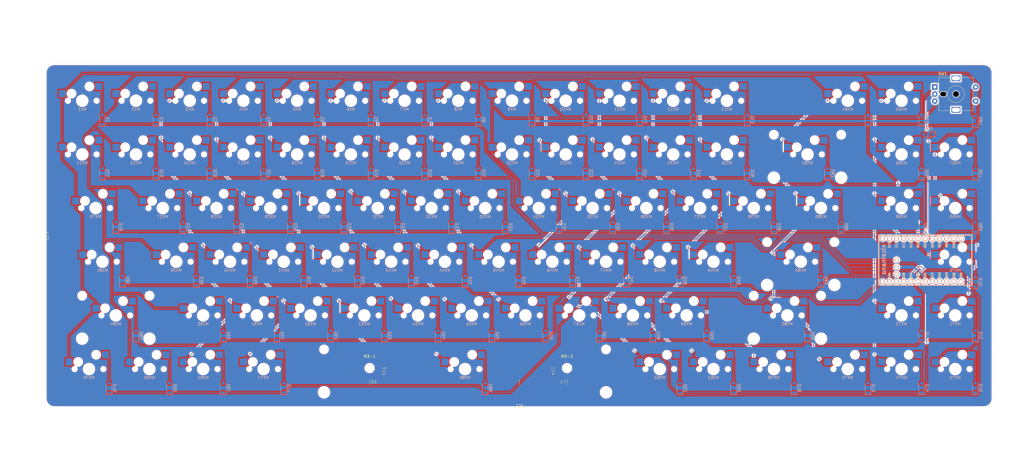
<source format=kicad_pcb>
(kicad_pcb (version 20241229) (generator "pcbnew") (generator_version "9.0")
  (layers (0 "F.Cu" signal) (2 "B.Cu" signal) (13 "F.Paste" user) (15 "B.Paste" user) (5 "F.SilkS" user "F.Silkscreen") (7 "B.SilkS" user "B.Silkscreen") (1 "F.Mask" user) (3 "B.Mask" user) (25 "Edge.Cuts" user))
  (net 0 "")
  (net 1 "Net-(D1-A)")
  (net 2 "/Row1")
  (net 3 "Net-(D2-A)")
  (net 4 "Net-(D3-A)")
  (net 5 "Net-(D4-A)")
  (net 6 "Net-(D5-A)")
  (net 7 "Net-(D6-A)")
  (net 8 "Net-(D7-A)")
  (net 9 "Net-(D8-A)")
  (net 10 "Net-(D14-A)")
  (net 11 "/Row2")
  (net 12 "Net-(D15-A)")
  (net 13 "Net-(D16-A)")
  (net 14 "Net-(D17-A)")
  (net 15 "Net-(D18-A)")
  (net 16 "Net-(D19-A)")
  (net 17 "Net-(D20-A)")
  (net 18 "Net-(D21-A)")
  (net 19 "Net-(D27-A)")
  (net 20 "/Row3")
  (net 21 "Net-(D28-A)")
  (net 22 "Net-(D29-A)")
  (net 23 "Net-(D30-A)")
  (net 24 "Net-(D31-A)")
  (net 25 "Net-(D32-A)")
  (net 26 "Net-(D33-A)")
  (net 27 "Net-(D79-A)")
  (net 28 "/Col1")
  (net 29 "/Col2")
  (net 30 "/Col3")
  (net 31 "/Col4")
  (net 32 "/Col5")
  (net 33 "/Col6")
  (net 34 "/Col7")
  (net 35 "/Col8")
  (net 36 "Net-(D38-A)")
  (net 37 "/Row4")
  (net 38 "Net-(D39-A)")
  (net 39 "Net-(D40-A)")
  (net 40 "Net-(D41-A)")
  (net 41 "Net-(D42-A)")
  (net 42 "Net-(D43-A)")
  (net 43 "Net-(D44-A)")
  (net 44 "/Row5")
  (net 45 "Net-(D50-A)")
  (net 46 "Net-(D51-A)")
  (net 47 "Net-(D52-A)")
  (net 48 "Net-(D53-A)")
  (net 49 "Net-(D54-A)")
  (net 50 "Net-(D55-A)")
  (net 51 "Net-(D56-A)")
  (net 52 "Net-(D60-A)")
  (net 53 "/Row6")
  (net 54 "Net-(D61-A)")
  (net 55 "Net-(D76-A)")
  (net 56 "Net-(D77-A)")
  (net 57 "Net-(D81-A)")
  (net 58 "Net-(D84-A)")
  (net 59 "Net-(D86-A)")
  (net 60 "Net-(D9-A)")
  (net 61 "/Row7")
  (net 62 "Net-(D10-A)")
  (net 63 "Net-(D11-A)")
  (net 64 "Net-(D12-A)")
  (net 65 "Net-(D13-A)")
  (net 66 "Net-(D64-A)")
  (net 67 "Net-(D65-A)")
  (net 68 "/RSw2")
  (net 69 "/RRotC")
  (net 70 "Net-(D22-A)")
  (net 71 "Net-(D23-A)")
  (net 72 "Net-(D24-A)")
  (net 73 "Net-(D25-A)")
  (net 74 "Net-(D26-A)")
  (net 75 "Net-(D34-A)")
  (net 76 "/Row9")
  (net 77 "Net-(D35-A)")
  (net 78 "Net-(D36-A)")
  (net 79 "Net-(D37-A)")
  (net 80 "Net-(D45-A)")
  (net 81 "/Row10")
  (net 82 "Net-(D46-A)")
  (net 83 "Net-(D47-A)")
  (net 84 "Net-(D48-A)")
  (net 85 "Net-(D49-A)")
  (net 86 "Net-(D57-A)")
  (net 87 "/Row11")
  (net 88 "Net-(D58-A)")
  (net 89 "Net-(D59-A)")
  (net 90 "/Row12")
  (net 91 "Net-(D62-A)")
  (net 92 "Net-(D63-A)")
  (net 93 "Net-(D66-A)")
  (net 94 "Net-(D67-A)")
  (net 95 "Net-(D68-A)")
  (net 96 "Net-(D69-A)")
  (net 97 "Net-(D70-A)")
  (net 98 "Net-(D71-A)")
  (net 99 "Net-(D72-A)")
  (net 100 "Net-(D73-A)")
  (net 101 "Net-(D74-A)")
  (net 102 "Net-(D75-A)")
  (net 103 "Net-(D78-A)")
  (net 104 "Net-(D80-A)")
  (net 105 "Net-(D82-A)")
  (net 106 "Net-(D83-A)")
  (net 107 "Net-(D85-A)")
  (net 108 "/Row8")
  (footprint "MX_Only:MXOnly-1U-Hotswap" (layer "F.Cu") (at 147.63766 130.968828)
    (property "Reference" "MX42")
    (property "Value" "MX-NoLED")
  )
  (footprint "MX_Only:MXOnly-1U-Hotswap" (layer "F.Cu") (at 228.60016 92.868828)
    (property "Reference" "MX23")
    (property "Value" "MX-NoLED")
  )
  (footprint "MX_Only:MXOnly-1U-Hotswap" (layer "F.Cu") (at 85.72516 111.918828)
    (property "Reference" "MX27")
    (property "Value" "MX-NoLED")
  )
  (footprint "MX_Only:MXOnly-1U-Hotswap" (layer "F.Cu") (at 200.02516 111.918828)
    (property "Reference" "MX33")
    (property "Value" "MX-NoLED")
  )
  (footprint "MX_Only:MXOnly-1U-Hotswap" (layer "F.Cu") (at 123.82516 111.918828)
    (property "Reference" "MX29")
    (property "Value" "MX-NoLED")
  )
  (footprint "MX_Only:MXOnly-1U-Hotswap" (layer "F.Cu") (at 266.70016 92.868828)
    (property "Reference" "MX25")
    (property "Value" "MX-NoLED")
  )
  (footprint "MX_Only:MXOnly-1U-Hotswap" (layer "F.Cu") (at 90.48766 130.968828)
    (property "Reference" "MX39")
    (property "Value" "MX-NoLED")
  )
  (footprint "MX_Only:MXOnly-1U-Hotswap" (layer "F.Cu") (at 257.17516 111.918828)
    (property "Reference" "MX36")
    (property "Value" "MX-NoLED")
  )
  (footprint "MX_Only:MXOnly-1U-Hotswap" (layer "F.Cu") (at 233.36266 150.018828)
    (property "Reference" "MX57")
    (property "Value" "MX-NoLED")
  )
  (footprint "MX_Only:MXOnly-1U-Hotswap" (layer "F.Cu") (at 328.61266 169.068828)
    (property "Reference" "MX73")
    (property "Value" "MX-NoLED")
  )
  (footprint "MX_Only:MXOnly-1.25U-Hotswap" (layer "F.Cu") (at 59.53141 169.068828)
    (property "Reference" "MX76")
    (property "Value" "MX-NoLED")
  )
  (footprint "MX_Only:MXOnly-1U-Hotswap" (layer "F.Cu") (at 285.75016 73.818828)
    (property "Reference" "MX13")
    (property "Value" "MX-NoLED")
  )
  (footprint "MX_Only:MXOnly-1U-Hotswap" (layer "F.Cu") (at 95.25016 92.868828)
    (property "Reference" "MX16")
    (property "Value" "MX-NoLED")
  )
  (footprint "MX_Only:MXOnly-1U-Hotswap" (layer "F.Cu") (at 157.16266 150.018828)
    (property "Reference" "MX53")
    (property "Value" "MX-NoLED")
  )
  (footprint "MX_Only:MXOnly-1U-Hotswap" (layer "F.Cu") (at 271.46266 150.018828)
    (property "Reference" "MX59")
    (property "Value" "MX-NoLED")
  )
  (footprint "MX_Only:MXOnly-1.5U-Hotswap" (layer "F.Cu") (at 319.08766 111.918828)
    (property "Reference" "MX80")
    (property "Value" "MX-NoLED")
  )
  (footprint "MX_Only:MXOnly-2U-Hotswap" (layer "F.Cu") (at 314.32516 92.868828)
    (property "Reference" "MX82")
    (property "Value" "MX-NoLED")
  )
  (footprint "MX_Only:MXOnly-1U-Hotswap" (layer "F.Cu") (at 152.40016 73.818828)
    (property "Reference" "MX6")
    (property "Value" "MX-NoLED")
  )
  (footprint "MX_Only:MXOnly-1U-Hotswap" (layer "F.Cu") (at 347.66266 150.018828)
    (property "Reference" "MX72")
    (property "Value" "MX-NoLED")
  )
  (footprint "MX_Only:MXOnly-1U-Hotswap" (layer "F.Cu") (at 176.21266 150.018828)
    (property "Reference" "MX54")
    (property "Value" "MX-NoLED")
  )
  (footprint "MX_Only:MXOnly-1U-Hotswap" (layer "F.Cu") (at 119.06266 150.018828)
    (property "Reference" "MX51")
    (property "Value" "MX-NoLED")
  )
  (footprint "MX_Only:MXOnly-1U-Hotswap" (layer "F.Cu") (at 347.66266 169.068828)
    (property "Reference" "MX74")
    (property "Value" "MX-NoLED")
  )
  (footprint "MX_Only:MXOnly-1U-Hotswap" (layer "F.Cu") (at 238.12516 111.918828)
    (property "Reference" "MX35")
    (property "Value" "MX-NoLED")
  )
  (footprint "MX_Only:MXOnly-1U-Hotswap" (layer "F.Cu") (at 280.98766 169.068828)
    (property "Reference" "MX63")
    (property "Value" "MX-NoLED")
  )
  (footprint "MX_Only:MXOnly-1U-Hotswap" (layer "F.Cu") (at 209.55016 92.868828)
    (property "Reference" "MX22")
    (property "Value" "MX-NoLED")
  )
  (footprint "MX_Only:MXOnly-1U-Hotswap" (layer "F.Cu") (at 223.83766 130.968828)
    (property "Reference" "MX46")
    (property "Value" "MX-NoLED")
  )
  (footprint "MX_Only:MXOnly-1U-Hotswap" (layer "F.Cu") (at 266.70016 73.818828)
    (property "Reference" "MX12")
    (property "Value" "MX-NoLED")
  )
  (footprint "MountingHole:MountingHole_3.2mm_M3" (layer "F.Cu") (at 159.05016 168.718828)
    (property "Reference" "M3-1")
    (property "Value" "MountingHole_3.2mm_M3")
  )
  (footprint "MX_Only:MXOnly-1U-Hotswap" (layer "F.Cu") (at 209.55016 73.818828)
    (property "Reference" "MX9")
    (property "Value" "MX-NoLED")
  )
  (footprint "MX_Only:MXOnly-1U-Hotswap" (layer "F.Cu") (at 328.61266 73.818828)
    (property "Reference" "MX64")
    (property "Value" "MX-NoLED")
  )
  (footprint "MX_Only:MXOnly-1U-Hotswap" (layer "F.Cu") (at 142.87516 111.918828)
    (property "Reference" "MX30")
    (property "Value" "MX-NoLED")
  )
  (footprint "MX_Only:MXOnly-1U-Hotswap" (layer "F.Cu") (at 57.15016 92.868828)
    (property "Reference" "MX14")
    (property "Value" "MX-NoLED")
  )
  (footprint "MX_Only:MXOnly-1U-Hotswap" (layer "F.Cu") (at 190.50016 73.818828)
    (property "Reference" "MX8")
    (property "Value" "MX-NoLED")
  )
  (footprint "MX_Only:MXOnly-1U-Hotswap" (layer "F.Cu") (at 204.78766 130.968828)
    (property "Reference" "MX45")
    (property "Value" "MX-NoLED")
  )
  (footprint "MX_Only:MXOnly-1U-Hotswap" (layer "F.Cu") (at 171.45016 92.868828)
    (property "Reference" "MX20")
    (property "Value" "MX-NoLED")
  )
  (footprint "MX_Only:MXOnly-1U-Hotswap" (layer "F.Cu") (at 347.66266 73.818828)
    (property "Reference" "MX65")
    (property "Value" "MX-NoLED")
  )
  (footprint "MX_Only:MXOnly-1.25U-Hotswap" (layer "F.Cu") (at 302.41891 169.068828)
    (property "Reference" "MX78")
    (property "Value" "MX-NoLED")
  )
  (footprint "MX_Only:MXOnly-1U-Hotswap" (layer "F.Cu") (at 219.07516 111.918828)
    (property "Reference" "MX34")
    (property "Value" "MX-NoLED")
  )
  (footprint "MX_Only:MXOnly-2.25U-Hotswap" (layer "F.Cu") (at 69.05641 150.018828)
    (property "Reference" "MX84")
    (property "Value" "MX-NoLED")
  )
  (footprint "MX_Only:MXOnly-1U-Hotswap" (layer "F.Cu") (at 138.11266 150.018828)
    (property "Reference" "MX52")
    (property "Value" "MX-NoLED")
  )
  (footprint "MX_Only:MXOnly-1U-Hotswap" (layer "F.Cu") (at 100.01266 169.068828)
    (property "Reference" "MX61")
    (property "Value" "MX-NoLED")
  )
  (footprint "MX_Only:MXOnly-1U-Hotswap" (layer "F.Cu") (at 171.45016 73.818828)
    (property "Reference" "MX7")
    (property "Value" "MX-NoLED")
  )
  (footprint "MX_Only:MXOnly-1U-Hotswap" (layer "F.Cu") (at 109.53766 130.968828)
    (property "Reference" "MX40")
    (property "Value" "MX-NoLED")
  )
  (footprint "MX_Only:MXOnly-1U-Hotswap" (layer "F.Cu") (at 166.68766 130.968828)
    (property "Reference" "MX43")
    (property "Value" "MX-NoLED")
  )
  (footprint "MX_Only:MXOnly-1U-Hotswap" (layer "F.Cu") (at 104.77516 111.918828)
    (property "Reference" "MX28")
    (property "Value" "MX-NoLED")
  )
  (footprint "MX_Only:MXOnly-1U-Hotswap" (layer "F.Cu") (at 347.66266 92.868828)
    (property "Reference" "MX66")
    (property "Value" "MX-NoLED")
  )
  (footprint "MX_Only:MXOnly-1U-Hotswap" (layer "F.Cu") (at 347.66266 111.918828)
    (property "Reference" "MX68")
    (property "Value" "MX-NoLED")
  )
  (footprint "MX_Only:MXOnly-1U-Hotswap" (layer "F.Cu") (at 366.71266 92.868828)
    (property "Reference" "MX67")
    (property "Value" "MX-NoLED")
  )
  (footprint "MX_Only:MXOnly-1U-Hotswap" (layer "F.Cu") (at 180.97516 111.918828)
    (property "Reference" "MX32")
    (property "Value" "MX-NoLED")
  )
  (footprint "MX_Only:MXOnly-1U-Hotswap" (layer "F.Cu") (at 252.41266 150.018828)
    (property "Reference" "MX58")
    (property "Value" "MX-NoLED")
  )
  (footprint "MX_Only:MXOnly-1U-Hotswap" (layer "F.Cu") (at 295.27516 111.918828)
    (property "Reference" "MX38")
    (property "Value" "MX-NoLED")
  )
  (footprint "MX_Only:MXOnly-1U-Hotswap" (layer "F.Cu") (at 280.98766 130.968828)
    (property "Reference" "MX49")
    (property "Value" "MX-NoLED")
  )
  (footprint "MX_Only:MXOnly-1U-Hotswap" (layer "F.Cu") (at 366.71266 169.068828)
    (property "Reference" "MX75")
    (property "Value" "MX-NoLED")
  )
  (footprint "MX_Only:MXOnly-1U-Hotswap" (layer "F.Cu") (at 133.35016 92.868828)
    (property "Reference" "MX18")
    (property "Value" "MX-NoLED")
  )
  (footprint "MX_Only:MXOnly-1U-Hotswap" (layer "F.Cu") (at 190.50016 92.868828)
    (property "Reference" "MX21")
    (property "Value" "MX-NoLED")
  )
  (footprint "MX_Only:MXOnly-1U-Hotswap" (layer "F.Cu") (at 247.65016 73.818828)
    (property "Reference" "MX11")
    (property "Value" "MX-NoLED")
  )
  (footprint "MX_Only:MXOnly-1.75U-Hotswap" (layer "F.Cu") (at 64.29391 130.968828)
    (property "Reference" "MX81")
    (property "Value" "MX-NoLED")
  )
  (footprint "MX_Only:MXOnly-1U-Hotswap" (layer "F.Cu") (at 247.65016 92.868828)
    (property "Reference" "MX24")
    (property "Value" "MX-NoLED")
  )
  (footprint "MX_Only:MXOnly-1.5U-Hotswap" (layer "F.Cu") (at 61.91266 111.918828)
    (property "Reference" "MX79")
    (property "Value" "MX-NoLED")
  )
  (footprint "MX_Only:MXOnly-1U-Hotswap" (layer "F.Cu") (at 95.25016 73.818828)
    (property "Reference" "MX3")
    (property "Value" "MX-NoLED")
  )
  (footprint "MX_Only:MXOnly-1U-Hotswap" (layer "F.Cu") (at 366.71266 130.968828)
    (property "Reference" "MX70")
    (property "Value" "MX-NoLED")
  )
  (footprint "MX_Only:MXOnly-1U-Hotswap" (layer "F.Cu") (at 76.20016 92.868828)
    (property "Reference" "MX15")
    (property "Value" "MX-NoLED")
  )
  (footprint "MX_Only:MXOnly-1U-Hotswap" (layer "F.Cu") (at 152.40016 92.868828)
    (property "Reference" "MX19")
    (property "Value" "MX-NoLED")
  )
  (footprint "MX_Only:MXOnly-2.25U-Hotswap" (layer "F.Cu") (at 311.94391 130.968828)
    (property "Reference" "MX83")
    (property "Value" "MX-NoLED")
  )
  (footprint "MX_Only:MXOnly-1U-Hotswap" (layer "F.Cu") (at 80.96266 169.068828)
    (property "Reference" "MX60")
    (property "Value" "MX-NoLED")
  )
  (footprint "MX_Only:MXOnly-1U-Hotswap" (layer "F.Cu") (at 366.71266 111.918828)
    (property "Reference" "MX69")
    (property "Value" "MX-NoLED")
  )
  (footprint "MX_Only:MXOnly-1U-Hotswap" (layer "F.Cu") (at 242.88766 130.968828)
    (property "Reference" "MX47")
    (property "Value" "MX-NoLED")
  )
  (footprint "MX_Only:MXOnly-1U-Hotswap" (layer "F.Cu") (at 214.31266 150.018828)
    (property "Reference" "MX56")
    (property "Value" "MX-NoLED")
  )
  (footprint "MX_Only:MXOnly-1U-Hotswap" (layer "F.Cu") (at 228.60016 73.818828)
    (property "Reference" "MX10")
    (property "Value" "MX-NoLED")
  )
  (footprint "MX_Only:MXOnly-1U-Hotswap" (layer "F.Cu") (at 100.01266 150.018828)
    (property "Reference" "MX50")
    (property "Value" "MX-NoLED")
  )
  (footprint "MX_Only:MXOnly-6.25U-Hotswap" (layer "F.Cu") (at 192.88141 169.068828)
    (property "Reference" "MX86")
    (property "Value" "MX-NoLED")
  )
  (footprint "MX_Only:MXOnly-1U-Hotswap" (layer "F.Cu") (at 261.93766 130.968828)
    (property "Reference" "MX48")
    (property "Value" "MX-NoLED")
  )
  (footprint "MX_Only:MXOnly-1U-Hotswap" (layer "F.Cu") (at 133.35016 73.818828)
    (property "Reference" "MX5")
    (property "Value" "MX-NoLED")
  )
  (footprint "MX_Only:MXOnly-1U-Hotswap" (layer "F.Cu") (at 128.58766 130.968828)
    (property "Reference" "MX41")
    (property "Value" "MX-NoLED")
  )
  (footprint "MX_Only:MXOnly-2.75U-Hotswap" (layer "F.Cu") (at 307.18141 150.018828)
    (property "Reference" "MX85")
    (property "Value" "MX-NoLED")
  )
  (footprint "MX_Only:MXOnly-1U-Hotswap" (layer "F.Cu") (at 114.30016 73.818828)
    (property "Reference" "MX4")
    (property "Value" "MX-NoLED")
  )
  (footprint "MX_Only:MXOnly-1U-Hotswap" (layer "F.Cu") (at 261.93766 169.068828)
    (property "Reference" "MX62")
    (property "Value" "MX-NoLED")
  )
  (footprint "MX_Only:MXOnly-1U-Hotswap" (layer "F.Cu") (at 285.75016 92.868828)
    (property "Reference" "MX26")
    (property "Value" "MX-NoLED")
  )
  (footprint "MX_Only:MXOnly-1U-Hotswap" (layer "F.Cu") (at 57.15016 73.818828)
    (property "Reference" "MX1")
    (property "Value" "MX-NoLED")
  )
  (footprint "Rotary_Encoder:RotaryEncoder_Alps_EC11E-Switch_Vertical_H20mm_MountingHoles" (layer "F.Cu") (at 359.46266 68.937578)
    (property "Reference" "SW1")
    (property "Value" "RotaryEncoder_Switch")
  )
  (footprint "MX_Only:MXOnly-1U-Hotswap" (layer "F.Cu") (at 114.30016 92.868828)
    (property "Reference" "MX17")
    (property "Value" "MX-NoLED")
  )
  (footprint "MX_Only:MXOnly-1U-Hotswap" (layer "F.Cu") (at 185.73766 130.968828)
    (property "Reference" "MX44")
    (property "Value" "MX-NoLED")
  )
  (footprint "MX_Only:MXOnly-1U-Hotswap" (layer "F.Cu") (at 366.71266 150.018828)
    (property "Reference" "MX71")
    (property "Value" "MX-NoLED")
  )
  (footprint "MX_Only:MXOnly-1U-Hotswap" (layer "F.Cu") (at 76.20016 73.818828)
    (property "Reference" "MX2")
    (property "Value" "MX-NoLED")
  )
  (footprint "MountingHole:MountingHole_3.2mm_M3" (layer "F.Cu") (at 229.05016 168.718828)
    (property "Reference" "M3-2")
    (property "Value" "MountingHole_3.2mm_M3")
  )
  (footprint "MX_Only:MXOnly-1U-Hotswap" (layer "F.Cu") (at 161.92516 111.918828)
    (property "Reference" "MX31")
    (property "Value" "MX-NoLED")
  )
  (footprint "MX_Only:MXOnly-1U-Hotswap" (layer "F.Cu") (at 276.22516 111.918828)
    (property "Reference" "MX37")
    (property "Value" "MX-NoLED")
  )
  (footprint "MX_Only:MXOnly-1U-Hotswap" (layer "F.Cu") (at 195.26266 150.018828)
    (property "Reference" "MX55")
    (property "Value" "MX-NoLED")
  )
  (footprint "MX_Only:MXOnly-1.25U-Hotswap" (layer "F.Cu") (at 121.44391 169.068828)
    (property "Reference" "MX77")
    (property "Value" "MX-NoLED")
  )
  (footprint "Diode_SMD:D_SOD-123" (layer "B.Cu") (at 373.856544 99.553319 90)
    (property "Reference" "D67")
    (property "Value" "1N4148W")
  )
  (footprint "Diode_SMD:D_SOD-123" (layer "B.Cu") (at 373.85641 80.962578 90)
    (property "Reference" "D87")
    (property "Value" "1N4148W")
  )
  (footprint "Diode_SMD:D_SOD-123" (layer "B.Cu") (at 102.393964 80.503242 90)
    (property "Reference" "D3")
    (property "Value" "1N4148W")
  )
  (footprint "Diode_SMD:D_SOD-123" (layer "B.Cu") (at 319.08756 137.653303 90)
    (property "Reference" "D83")
    (property "Value" "1N4148W")
  )
  (footprint "Diode_SMD:D_SOD-123" (layer "B.Cu") (at 83.344044 99.553319 90)
    (property "Reference" "D15")
    (property "Value" "1N4148W")
  )
  (footprint "Diode_SMD:D_SOD-123" (layer "B.Cu") (at 235.744044 99.553319 90)
    (property "Reference" "D23")
    (property "Value" "1N4148W")
  )
  (footprint "Diode_SMD:D_SOD-123" (layer "B.Cu") (at 192.88131 137.653303 90)
    (property "Reference" "D44")
    (property "Value" "1N4148W")
  )
  (footprint "Diode_SMD:D_SOD-123" (layer "B.Cu") (at 183.35641 157.162578 90)
    (property "Reference" "D54")
    (property "Value" "1N4148W")
  )
  (footprint "Diode_SMD:D_SOD-123" (layer "B.Cu") (at 126.20641 157.162578 90)
    (property "Reference" "D51")
    (property "Value" "1N4148W")
  )
  (footprint "Diode_SMD:D_SOD-123" (layer "B.Cu") (at 111.91891 118.603287 90)
    (property "Reference" "D28")
    (property "Value" "1N4148W")
  )
  (footprint "Diode_SMD:D_SOD-123" (layer "B.Cu") (at 116.68131 137.653303 90)
    (property "Reference" "D40")
    (property "Value" "1N4148W")
  )
  (footprint "Diode_SMD:D_SOD-123" (layer "B.Cu") (at 173.83131 137.653303 90)
    (property "Reference" "D43")
    (property "Value" "1N4148W")
  )
  (footprint "Diode_SMD:D_SOD-123" (layer "B.Cu") (at 278.60641 157.162578 90)
    (property "Reference" "D59")
    (property "Value" "1N4148W")
  )
  (footprint "Diode_SMD:D_SOD-123" (layer "B.Cu") (at 107.15641 175.753335 90)
    (property "Reference" "D61")
    (property "Value" "1N4148W")
  )
  (footprint "Diode_SMD:D_SOD-123" (layer "B.Cu") (at 283.36891 118.603287 90)
    (property "Reference" "D37")
    (property "Value" "1N4148W")
  )
  (footprint "Diode_SMD:D_SOD-123" (layer "B.Cu") (at 102.394044 99.553319 90)
    (property "Reference" "D16")
    (property "Value" "1N4148W")
  )
  (footprint "Diode_SMD:D_SOD-123" (layer "B.Cu") (at 71.43756 137.653303 90)
    (property "Reference" "D81")
    (property "Value" "1N4148W")
  )
  (footprint "Diode_SMD:D_SOD-123" (layer "B.Cu") (at 309.56266 175.753335 90)
    (property "Reference" "D78")
    (property "Value" "1N4148W")
  )
  (footprint "Diode_SMD:D_SOD-123" (layer "B.Cu") (at 288.13141 175.753335 90)
    (property "Reference" "D63")
    (property "Value" "1N4148W")
  )
  (footprint "Diode_SMD:D_SOD-123" (layer "B.Cu") (at 64.293948 80.503242 90)
    (property "Reference" "D1")
    (property "Value" "1N4148W")
  )
  (footprint "Diode_SMD:D_SOD-123" (layer "B.Cu") (at 221.45641 157.162578 90)
    (property "Reference" "D56")
    (property "Value" "1N4148W")
  )
  (footprint "Diode_SMD:D_SOD-123" (layer "B.Cu") (at 335.756676 80.503242 90)
    (property "Reference" "D64")
    (property "Value" "1N4148W")
  )
  (footprint "Diode_SMD:D_SOD-123" (layer "B.Cu") (at 254.794044 99.553319 90)
    (property "Reference" "D24")
    (property "Value" "1N4148W")
  )
  (footprint "Diode_SMD:D_SOD-123" (layer "B.Cu") (at 159.543964 80.503242 90)
    (property "Reference" "D6")
    (property "Value" "1N4148W")
  )
  (footprint "Diode_SMD:D_SOD-123" (layer "B.Cu") (at 145.25641 157.162578 90)
    (property "Reference" "D52")
    (property "Value" "1N4148W")
  )
  (footprint "Diode_SMD:D_SOD-123" (layer "B.Cu") (at 121.443964 80.503242 90)
    (property "Reference" "D4")
    (property "Value" "1N4148W")
  )
  (footprint "Diode_SMD:D_SOD-123" (layer "B.Cu") (at 273.843964 80.503242 90)
    (property "Reference" "D12")
    (property "Value" "1N4148W")
  )
  (footprint "Diode_SMD:D_SOD-123" (layer "B.Cu") (at 154.78131 137.653303 90)
    (property "Reference" "D42")
    (property "Value" "1N4148W")
  )
  (footprint "Diode_SMD:D_SOD-123" (layer "B.Cu") (at 211.93131 137.653303 90)
    (property "Reference" "D45")
    (property "Value" "1N4148W")
  )
  (footprint "Diode_SMD:D_SOD-123" (layer "B.Cu") (at 164.30641 157.162578 90)
    (property "Reference" "D53")
    (property "Value" "1N4148W")
  )
  (footprint "Diode_SMD:D_SOD-123" (layer "B.Cu") (at 188.11891 118.603287 90)
    (property "Reference" "D32")
    (property "Value" "1N4148W")
  )
  (footprint "Diode_SMD:D_SOD-123" (layer "B.Cu") (at 226.21891 118.603287 90)
    (property "Reference" "D34")
    (property "Value" "1N4148W")
  )
  (footprint "nice-nano-kicad-master:nice_nano" (layer "B.Cu") (at 354.80641 130.398828 180)
    (property "Reference" "U1" (hide yes))
    (property "Value" "nice_nano" (hide yes))
  )
  (footprint "Diode_SMD:D_SOD-123" (layer "B.Cu") (at 314.32516 157.162578 90)
    (property "Reference" "D85")
    (property "Value" "1N4148W")
  )
  (footprint "Diode_SMD:D_SOD-123" (layer "B.Cu") (at 230.98131 137.653303 90)
    (property "Reference" "D46")
    (property "Value" "1N4148W")
  )
  (footprint "Diode_SMD:D_SOD-123" (layer "B.Cu") (at 207.16891 118.603287 90)
    (property "Reference" "D33")
    (property "Value" "1N4148W")
  )
  (footprint "Diode_SMD:D_SOD-123" (layer "B.Cu") (at 335.75641 175.753335 90)
    (property "Reference" "D73")
    (property "Value" "1N4148W")
  )
  (footprint "Diode_SMD:D_SOD-123" (layer "B.Cu") (at 235.743964 80.503242 90)
    (property "Reference" "D10")
    (property "Value" "1N4148W")
  )
  (footprint "Diode_SMD:D_SOD-123" (layer "B.Cu") (at 88.10641 175.753335 90)
    (property "Reference" "D60")
    (property "Value" "1N4148W")
  )
  (footprint "Diode_SMD:D_SOD-123" (layer "B.Cu") (at 273.844044 99.553319 90)
    (property "Reference" "D25")
    (property "Value" "1N4148W")
  )
  (footprint "Diode_SMD:D_SOD-123" (layer "B.Cu") (at 150.01891 118.603287 90)
    (property "Reference" "D30")
    (property "Value" "1N4148W")
  )
  (footprint "Diode_SMD:D_SOD-123" (layer "B.Cu") (at 288.13131 137.653303 90)
    (property "Reference" "D49")
    (property "Value" "1N4148W")
  )
  (footprint "Diode_SMD:D_SOD-123" (layer "B.Cu") (at 373.85641 118.603287 90)
    (property "Reference" "D69")
    (property "Value" "1N4148W")
  )
  (footprint "Diode_SMD:D_SOD-123" (layer "B.Cu") (at 292.893964 80.503242 90)
    (property "Reference" "D13")
    (property "Value" "1N4148W")
  )
  (footprint "Diode_SMD:D_SOD-123" (layer "B.Cu") (at 76.20016 157.162578 90)
    (property "Reference" "D84")
    (property "Value" "1N4148W")
  )
  (footprint "Diode_SMD:D_SOD-123" (layer "B.Cu") (at 83.343964 80.503242 90)
    (property "Reference" "D2")
    (property "Value" "1N4148W")
  )
  (footprint "Diode_SMD:D_SOD-123" (layer "B.Cu") (at 269.08141 175.753335 90)
    (property "Reference" "D62")
    (property "Value" "1N4148W")
  )
  (footprint "Diode_SMD:D_SOD-123" (layer "B.Cu") (at 130.96891 118.603287 90)
    (property "Reference" "D29")
    (property "Value" "1N4148W")
  )
  (footprint "Diode_SMD:D_SOD-123" (layer "B.Cu") (at 97.63131 137.653303 90)
    (property "Reference" "D39")
    (property "Value" "1N4148W")
  )
  (footprint "Diode_SMD:D_SOD-123" (layer "B.Cu") (at 254.793964 80.503242 90)
    (property "Reference" "D11")
    (property "Value" "1N4148W")
  )
  (footprint "Diode_SMD:D_SOD-123" (layer "B.Cu") (at 373.85641 138.112578 90)
    (property "Reference" "D70")
    (property "Value" "1N4148W")
  )
  (footprint "Diode_SMD:D_SOD-123" (layer "B.Cu") (at 202.40641 157.162578 90)
    (property "Reference" "D55")
    (property "Value" "1N4148W")
  )
  (footprint "Diode_SMD:D_SOD-123" (layer "B.Cu") (at 373.85641 175.753335 90)
    (property "Reference" "D75")
    (property "Value" "1N4148W")
  )
  (footprint "Diode_SMD:D_SOD-123" (layer "B.Cu") (at 354.80641 157.162578 90)
    (property "Reference" "D72")
    (property "Value" "1N4148W")
  )
  (footprint "Diode_SMD:D_SOD-123" (layer "B.Cu") (at 259.55641 157.162578 90)
    (property "Reference" "D58")
    (property "Value" "1N4148W")
  )
  (footprint "Diode_SMD:D_SOD-123" (layer "B.Cu") (at 216.694044 99.553319 90)
    (property "Reference" "D22")
    (property "Value" "1N4148W")
  )
  (footprint "Diode_SMD:D_SOD-123" (layer "B.Cu") (at 140.493964 80.503242 90)
    (property "Reference" "D5")
    (property "Value" "1N4148W")
  )
  (footprint "Diode_SMD:D_SOD-123" (layer "B.Cu") (at 302.41891 118.603287 90)
    (property "Reference" "D38")
    (property "Value" "1N4148W")
  )
  (footprint "Diode_SMD:D_SOD-123" (layer "B.Cu") (at 354.80641 118.603287 90)
    (property "Reference" "D68")
    (property "Value" "1N4148W")
  )
  (footprint "Diode_SMD:D_SOD-123" (layer "B.Cu") (at 264.31891 118.603287 90)
    (property "Reference" "D36")
    (property "Value" "1N4148W")
  )
  (footprint "Diode_SMD:D_SOD-123" (layer "B.Cu") (at 178.593964 80.503242 90)
    (property "Reference" "D7")
    (property "Value" "1N4148W")
  )
  (footprint "Diode_SMD:D_SOD-123" (layer "B.Cu") (at 200.02516 175.753335 90)
    (property "Reference" "D86")
    (property "Value" "1N4148W")
  )
  (footprint "Diode_SMD:D_SOD-123" (layer "B.Cu") (at 373.85641 157.162578 90)
    (property "Reference" "D71")
    (property "Value" "1N4148W")
  )
  (footprint "Diode_SMD:D_SOD-123" (layer "B.Cu") (at 92.86891 118.603287 90)
    (property "Reference" "D27")
    (property "Value" "1N4148W")
  )
  (footprint "Diode_SMD:D_SOD-123" (layer "B.Cu") (at 107.15641 157.162578 90)
    (property "Reference" "D50")
    (property "Value" "1N4148W")
  )
  (footprint "Diode_SMD:D_SOD-123" (layer "B.Cu") (at 245.26891 118.603287 90)
    (property "Reference" "D35")
    (property "Value" "1N4148W")
  )
  (footprint "Diode_SMD:D_SOD-123" (layer "B.Cu") (at 197.643964 80.503242 90)
    (property "Reference" "D8")
    (property "Value" "1N4148W")
  )
  (footprint "Diode_SMD:D_SOD-123" (layer "B.Cu") (at 121.444044 99.553319 90)
    (property "Reference" "D17")
    (property "Value" "1N4148W")
  )
  (footprint "Diode_SMD:D_SOD-123" (layer "B.Cu") (at 326.23141 118.603287 90)
    (property "Reference" "D80")
    (property "Value" "1N4148W")
  )
  (footprint "Diode_SMD:D_SOD-123" (layer "B.Cu") (at 169.06891 118.603287 90)
    (property "Reference" "D31")
    (property "Value" "1N4148W")
  )
  (footprint "Diode_SMD:D_SOD-123" (layer "B.Cu") (at 292.894044 99.553319 90)
    (property "Reference" "D26")
    (property "Value" "1N4148W")
  )
  (footprint "Diode_SMD:D_SOD-123" (layer "B.Cu") (at 128.58766 175.753335 90)
    (property "Reference" "D77")
    (property "Value" "1N4148W")
  )
  (footprint "Diode_SMD:D_SOD-123" (layer "B.Cu") (at 269.08131 137.653303 90)
    (property "Reference" "D48")
    (property "Value" "1N4148W")
  )
  (footprint "Diode_SMD:D_SOD-123" (layer "B.Cu") (at 178.594044 99.553319 90)
    (property "Reference" "D20")
    (property "Value" "1N4148W")
  )
  (footprint "Diode_SMD:D_SOD-123" (layer "B.Cu") (at 64.293804 99.553319 90)
    (property "Reference" "D14")
    (property "Value" "1N4148W")
  )
  (footprint "Diode_SMD:D_SOD-123" (layer "B.Cu") (at 250.03131 137.653303 90)
    (property "Reference" "D47")
    (property "Value" "1N4148W")
  )
  (footprint "Diode_SMD:D_SOD-123" (layer "B.Cu") (at 354.806692 80.503242 90)
    (property "Reference" "D65")
    (property "Value" "1N4148W")
  )
  (footprint "Diode_SMD:D_SOD-123" (layer "B.Cu") (at 354.806544 99.553319 90)
    (property "Reference" "D66")
    (property "Value" "1N4148W")
  )
  (footprint "Diode_SMD:D_SOD-123" (layer "B.Cu") (at 354.80641 175.753335 90)
    (property "Reference" "D74")
    (property "Value" "1N4148W")
  )
  (footprint "Diode_SMD:D_SOD-123" (layer "B.Cu") (at 66.67516 175.753335 90)
    (property "Reference" "D76")
    (property "Value" "1N4148W")
  )
  (footprint "Diode_SMD:D_SOD-123" (layer "B.Cu") (at 321.469044 99.553319 90)
    (property "Reference" "D82")
    (property "Value" "1N4148W")
  )
  (footprint "Diode_SMD:D_SOD-123" (layer "B.Cu") (at 357.18766 85.725078 180)
    (property "Reference" "D88")
    (property "Value" "1N4148W")
  )
  (footprint "Diode_SMD:D_SOD-123" (layer "B.Cu") (at 140.494044 99.553319 90)
    (property "Reference" "D18")
    (property "Value" "1N4148W")
  )
  (footprint "Diode_SMD:D_SOD-123" (layer "B.Cu") (at 216.693964 80.503242 90)
    (property "Reference" "D9")
    (property "Value" "1N4148W")
  )
  (footprint "Diode_SMD:D_SOD-123" (layer "B.Cu") (at 69.05641 118.603287 90)
    (property "Reference" "D79")
    (property "Value" "1N4148W")
  )
  (footprint "Diode_SMD:D_SOD-123" (layer "B.Cu") (at 197.644044 99.553319 90)
    (property "Reference" "D21")
    (property "Value" "1N4148W")
  )
  (footprint "Diode_SMD:D_SOD-123" (layer "B.Cu") (at 159.544044 99.553319 90)
    (property "Reference" "D19")
    (property "Value" "1N4148W")
  )
  (footprint "Diode_SMD:D_SOD-123" (layer "B.Cu") (at 240.50641 157.162578 90)
    (property "Reference" "D57")
    (property "Value" "1N4148W")
  )
  (footprint "Diode_SMD:D_SOD-123" (layer "B.Cu") (at 135.73131 137.653303 90)
    (property "Reference" "D41")
    (property "Value" "1N4148W")
  )
  (gr_line (start 163.05016 168.718828) (end 165.05016 168.718828) (stroke (width 0.1)) (layer "F.SilkS"))
  (gr_line (start 165.05016 168.718828) (end 164.05016 168.718828) (stroke (width 0.1)) (layer "F.SilkS"))
  (gr_line (start 229.05016 174.718828) (end 229.05016 172.718828) (stroke (width 0.1)) (layer "F.SilkS"))
  (gr_line (start 212.05016 174.718828) (end 212.05016 172.718828) (stroke (width 0.1)) (layer "F.SilkS"))
  (gr_line (start 159.05016 174.718828) (end 159.05016 172.718828) (stroke (width 0.1)) (layer "F.SilkS"))
  (gr_line (start 223.05016 168.718828) (end 225.05016 168.718828) (stroke (width 0.1)) (layer "F.SilkS"))
  (gr_arc (start 44.05016 63.918828) (mid 44.987418 61.656086) (end 47.25016 60.718828) (stroke (width 0.05)) (layer "Edge.Cuts"))
  (gr_line (start 44.05016 179.518828) (end 44.05016 63.918828) (stroke (width 0.05)) (layer "Edge.Cuts"))
  (gr_line (start 380.05016 63.918828) (end 380.05016 179.518828) (stroke (width 0.05)) (layer "Edge.Cuts"))
  (gr_arc (start 47.25016 182.718828) (mid 44.987418 181.78157) (end 44.05016 179.518828) (stroke (width 0.05)) (layer "Edge.Cuts"))
  (gr_line (start 376.85016 182.718828) (end 47.25016 182.718828) (stroke (width 0.05)) (layer "Edge.Cuts"))
  (gr_line (start 47.25016 60.718828) (end 376.85016 60.718828) (stroke (width 0.05)) (layer "Edge.Cuts"))
  (gr_arc (start 376.85016 60.718828) (mid 379.112902 61.656086) (end 380.05016 63.918828) (stroke (width 0.05)) (layer "Edge.Cuts"))
  (gr_arc (start 380.05016 179.518828) (mid 379.112902 181.78157) (end 376.85016 182.718828) (stroke (width 0.05)) (layer "Edge.Cuts"))
  (gr_text "14" (at 163.55016 169.218828 270) (layer "F.SilkS") (effects (font (size 1 1) (thickness 0.1)) (justify left bottom)))
  (gr_text "336" (at 210.740946 182.718828 0) (layer "F.SilkS") (effects (font (size 1 1) (thickness 0.1)) (justify left bottom)))
  (gr_text "53" (at 159.55016 174.218828 0) (layer "F.SilkS") (effects (font (size 1 1) (thickness 0.1)) (justify left bottom)))
  (gr_text "14" (at 223.55016 169.218828 270) (layer "F.SilkS") (effects (font (size 1 1) (thickness 0.1)) (justify left bottom)))
  (gr_text "122" (at 44.053306 120.253274 270) (layer "F.SilkS") (effects (font (size 1 1) (thickness 0.1)) (justify left bottom)))
  (gr_text "17" (at 226.55016 174.218828 0) (layer "F.SilkS") (effects (font (size 1 1) (thickness 0.1)) (justify left bottom)))
  (segment (start 64.293948 70.040616) (end 64.293948 78.853242) (width 0.2) (layer "B.Cu") (net 1))
  (segment (start 210.145489 101.641448) (end 210.145489 110.728218) (width 0.2) (layer "B.Cu") (net 2))
  (segment (start 200.208185 84.717463) (end 200.208185 91.704144) (width 0.2) (layer "B.Cu") (net 2))
  (segment (start 339.061869 121.004287) (end 340.83641 122.778828) (width 0.2) (layer "B.Cu") (net 2))
  (segment (start 220.421558 121.004287) (end 339.061869 121.004287) (width 0.2) (layer "B.Cu") (net 2))
  (segment (start 210.145489 110.728218) (end 220.421558 121.004287) (width 0.2) (layer "B.Cu") (net 2))
  (segment (start 197.643964 82.153242) (end 200.208185 84.717463) (width 0.2) (layer "B.Cu") (net 2))
  (segment (start 64.293948 82.153242) (end 197.643964 82.153242) (width 0.2) (layer "B.Cu") (net 2))
  (segment (start 200.208185 91.704144) (end 210.145489 101.641448) (width 0.2) (layer "B.Cu") (net 2))
  (segment (start 83.343964 70.040632) (end 83.343964 78.853242) (width 0.2) (layer "B.Cu") (net 3))
  (segment (start 102.393964 70.040632) (end 102.393964 78.853242) (width 0.2) (layer "B.Cu") (net 4))
  (segment (start 121.443964 70.040632) (end 121.443964 78.853242) (width 0.2) (layer "B.Cu") (net 5))
  (segment (start 140.493964 70.040632) (end 140.493964 78.853242) (width 0.2) (layer "B.Cu") (net 6))
  (segment (start 159.543964 70.040632) (end 159.543964 78.853242) (width 0.2) (layer "B.Cu") (net 7))
  (segment (start 178.593964 70.040632) (end 178.593964 78.853242) (width 0.2) (layer "B.Cu") (net 8))
  (segment (start 197.643964 70.040632) (end 197.643964 78.853242) (width 0.2) (layer "B.Cu") (net 9))
  (segment (start 62.99216 87.788828) (end 64.293804 89.090472) (width 0.2) (layer "B.Cu") (net 10))
  (segment (start 64.293804 89.090472) (end 64.293804 97.903319) (width 0.2) (layer "B.Cu") (net 10))
  (segment (start 337.83648 121.443852) (end 340.348756 123.956128) (width 0.2) (layer "B.Cu") (net 11))
  (segment (start 340.348756 123.956128) (end 342.19911 123.956128) (width 0.2) (layer "B.Cu") (net 11))
  (segment (start 209.14026 101.203319) (end 209.744489 101.807548) (width 0.2) (layer "B.Cu") (net 11))
  (segment (start 220.294023 121.443852) (end 337.83648 121.443852) (width 0.2) (layer "B.Cu") (net 11))
  (segment (start 342.19911 123.956128) (end 343.37641 122.778828) (width 0.2) (layer "B.Cu") (net 11))
  (segment (start 197.644044 101.203319) (end 64.293804 101.203319) (width 0.2) (layer "B.Cu") (net 11))
  (segment (start 197.644044 101.203319) (end 209.14026 101.203319) (width 0.2) (layer "B.Cu") (net 11))
  (segment (start 209.744489 110.894318) (end 220.294023 121.443852) (width 0.2) (layer "B.Cu") (net 11))
  (segment (start 209.744489 101.807548) (end 209.744489 110.894318) (width 0.2) (layer "B.Cu") (net 11))
  (segment (start 82.04216 87.788828) (end 83.344044 89.090712) (width 0.2) (layer "B.Cu") (net 12))
  (segment (start 83.344044 89.090712) (end 83.344044 97.903319) (width 0.2) (layer "B.Cu") (net 12))
  (segment (start 102.394044 89.090712) (end 102.394044 97.903319) (width 0.2) (layer "B.Cu") (net 13))
  (segment (start 101.09216 87.788828) (end 102.394044 89.090712) (width 0.2) (layer "B.Cu") (net 13))
  (segment (start 121.444044 89.090712) (end 121.444044 97.903319) (width 0.2) (layer "B.Cu") (net 14))
  (segment (start 120.14216 87.788828) (end 121.444044 89.090712) (width 0.2) (layer "B.Cu") (net 14))
  (segment (start 139.19216 87.788828) (end 140.494044 89.090712) (width 0.2) (layer "B.Cu") (net 15))
  (segment (start 140.494044 89.090712) (end 140.494044 97.903319) (width 0.2) (layer "B.Cu") (net 15))
  (segment (start 159.544044 89.090712) (end 159.544044 97.903319) (width 0.2) (layer "B.Cu") (net 16))
  (segment (start 158.24216 87.788828) (end 159.544044 89.090712) (width 0.2) (layer "B.Cu") (net 16))
  (segment (start 177.29216 87.788828) (end 178.594044 89.090712) (width 0.2) (layer "B.Cu") (net 17))
  (segment (start 178.594044 89.090712) (end 178.594044 97.903319) (width 0.2) (layer "B.Cu") (net 17))
  (segment (start 197.644044 89.090712) (end 197.644044 97.903319) (width 0.2) (layer "B.Cu") (net 18))
  (segment (start 196.34216 87.788828) (end 197.644044 89.090712) (width 0.2) (layer "B.Cu") (net 18))
  (segment (start 91.56716 106.838828) (end 92.86891 108.140578) (width 0.2) (layer "B.Cu") (net 19))
  (segment (start 92.86891 108.140578) (end 92.86891 116.953287) (width 0.2) (layer "B.Cu") (net 19))
  (segment (start 208.760475 121.844852) (end 337.67038 121.844852) (width 0.2) (layer "B.Cu") (net 20))
  (segment (start 207.16891 120.253287) (end 208.760475 121.844852) (width 0.2) (layer "B.Cu") (net 20))
  (segment (start 69.05641 120.253287) (end 207.16891 120.253287) (width 0.2) (layer "B.Cu") (net 20))
  (segment (start 337.67038 121.844852) (end 340.182656 124.357128) (width 0.2) (layer "B.Cu") (net 20))
  (segment (start 344.33811 124.357128) (end 345.91641 122.778828) (width 0.2) (layer "B.Cu") (net 20))
  (segment (start 340.182656 124.357128) (end 344.33811 124.357128) (width 0.2) (layer "B.Cu") (net 20))
  (segment (start 110.61716 106.838828) (end 111.91891 108.140578) (width 0.2) (layer "B.Cu") (net 21))
  (segment (start 111.91891 108.140578) (end 111.91891 116.953287) (width 0.2) (layer "B.Cu") (net 21))
  (segment (start 130.96891 108.140578) (end 130.96891 116.953287) (width 0.2) (layer "B.Cu") (net 22))
  (segment (start 129.66716 106.838828) (end 130.96891 108.140578) (width 0.2) (layer "B.Cu") (net 22))
  (segment (start 148.71716 106.838828) (end 150.01891 108.140578) (width 0.2) (layer "B.Cu") (net 23))
  (segment (start 150.01891 108.140578) (end 150.01891 116.953287) (width 0.2) (layer "B.Cu") (net 23))
  (segment (start 169.06891 108.140578) (end 169.06891 116.953287) (width 0.2) (layer "B.Cu") (net 24))
  (segment (start 167.76716 106.838828) (end 169.06891 108.140578) (width 0.2) (layer "B.Cu") (net 24))
  (segment (start 186.81716 106.838828) (end 188.11891 108.140578) (width 0.2) (layer "B.Cu") (net 25))
  (segment (start 188.11891 108.140578) (end 188.11891 116.953287) (width 0.2) (layer "B.Cu") (net 25))
  (segment (start 207.16891 108.140578) (end 207.16891 116.953287) (width 0.2) (layer "B.Cu") (net 26))
  (segment (start 205.86716 106.838828) (end 207.16891 108.140578) (width 0.2) (layer "B.Cu") (net 26))
  (segment (start 67.75466 106.838828) (end 69.05641 108.140578) (width 0.2) (layer "B.Cu") (net 27))
  (segment (start 69.05641 108.140578) (end 69.05641 116.953287) (width 0.2) (layer "B.Cu") (net 27))
  (segment (start 359.569052 105.61822) (end 361.47866 107.527828) (width 0.2) (layer "F.Cu") (net 28))
  (segment (start 359.569052 92.868828) (end 359.569052 105.61822) (width 0.2) (layer "F.Cu") (net 28))
  (segment (start 371.475312 142.279807) (end 371.475312 135.136051) (width 0.2) (layer "F.Cu") (net 28))
  (segment (start 371.475312 135.136051) (end 374.451877 132.159486) (width 0.2) (layer "F.Cu") (net 28))
  (segment (start 374.451877 132.159486) (end 374.451877 125.01573) (width 0.2) (layer "F.Cu") (net 28))
  (via (at 371.475312 142.279807) (size 0.6) (drill 0.3) (layers "F.Cu" "B.Cu") (net 28))
  (via (at 361.47866 107.527828) (size 0.6) (drill 0.3) (layers "F.Cu" "B.Cu") (net 28))
  (via (at 374.451877 125.01573) (size 0.6) (drill 0.3) (layers "F.Cu" "B.Cu") (net 28))
  (via (at 359.569052 92.868828) (size 0.6) (drill 0.3) (layers "F.Cu" "B.Cu") (net 28))
  (segment (start 54.82766 111.977708) (end 57.20891 114.358958) (width 0.2) (layer "B.Cu") (net 28))
  (segment (start 359.62766 166.528828) (end 364.01866 162.137828) (width 0.2) (layer "B.Cu") (net 28))
  (segment (start 361.47866 107.527828) (end 359.62766 109.378828) (width 0.2) (layer "B.Cu") (net 28))
  (segment (start 50.06516 71.278828) (end 50.06516 94.713635) (width 0.2) (layer "B.Cu") (net 28))
  (segment (start 359.62766 147.478828) (end 364.01866 143.087828) (width 0.2) (layer "B.Cu") (net 28))
  (segment (start 375.26366 68.398686) (end 375.26366 72.636578) (width 0.2) (layer "B.Cu") (net 28))
  (segment (start 364.01866 85.937828) (end 359.62766 90.328828) (width 0.2) (layer "B.Cu") (net 28))
  (segment (start 54.82766 99.476135) (end 54.82766 109.378828) (width 0.2) (layer "B.Cu") (net 28))
  (segment (start 364.10036 123.956128) (end 373.74896 123.956128) (width 0.2) (layer "B.Cu") (net 28))
  (segment (start 373.74896 123.956128) (end 374.451877 124.659045) (width 0.2) (layer "B.Cu") (net 28))
  (segment (start 364.01866 162.137828) (end 371.88127 162.137828) (width 0.2) (layer "B.Cu") (net 28))
  (segment (start 365.637849 107.527828) (end 361.47866 107.527828) (width 0.2) (layer "B.Cu") (net 28))
  (segment (start 374.75741 83.061688) (end 371.88127 85.937828) (width 0.2) (layer "B.Cu") (net 28))
  (segment (start 359.62766 90.328828) (end 359.62766 92.81022) (width 0.2) (layer "B.Cu") (net 28))
  (segment (start 57.20891 140.472678) (end 61.97141 145.235178) (width 0.2) (layer "B.Cu") (net 28))
  (segment (start 359.62766 92.81022) (end 359.569052 92.868828) (width 0.2) (layer "B.Cu") (net 28))
  (segment (start 370.019369 111.909348) (end 365.637849 107.527828) (width 0.2) (layer "B.Cu") (net 28))
  (segment (start 371.88127 85.937828) (end 364.01866 85.937828) (width 0.2) (layer "B.Cu") (net 28))
  (segment (start 370.019369 114.466356) (end 370.019369 111.909348) (width 0.2) (layer "B.Cu") (net 28))
  (segment (start 61.97141 147.478828) (end 61.97141 147.696482) (width 0.2) (layer "B.Cu") (net 28))
  (segment (start 57.269245 64.074743) (end 370.939717 64.074743) (width 0.2) (layer "B.Cu") (net 28))
  (segment (start 375.26366 72.636578) (end 373.96266 73.937578) (width 0.2) (layer "B.Cu") (net 28))
  (segment (start 373.96266 73.937578) (end 374.75741 74.732328) (width 0.2) (layer "B.Cu") (net 28))
  (segment (start 372.283333 143.087828) (end 371.475312 142.279807) (width 0.2) (layer "B.Cu") (net 28))
  (segment (start 374.75741 119.204397) (end 370.019369 114.466356) (width 0.2) (layer "B.Cu") (net 28))
  (segment (start 356.64641 128.428828) (end 350.99641 122.778828) (width 0.2) (layer "B.Cu") (net 28))
  (segment (start 374.75741 159.261688) (end 374.75741 143.470433) (width 0.2) (layer "B.Cu") (net 28))
  (segment (start 364.10036 123.956128) (end 359.62766 128.428828) (width 0.2) (layer "B.Cu") (net 28))
  (segment (start 61.97141 147.696482) (end 52.44641 157.221482) (width 0.2) (layer "B.Cu") (net 28))
  (segment (start 374.451877 124.659045) (end 374.451877 125.01573) (width 0.2) (layer "B.Cu") (net 28))
  (segment (start 52.44641 157.221482) (end 52.44641 166.528828) (width 0.2) (layer "B.Cu") (net 28))
  (segment (start 57.20891 114.358958) (end 57.20891 128.428828) (width 0.2) (layer "B.Cu") (net 28))
  (segment (start 374.75741 74.732328) (end 374.75741 83.061688) (width 0.2) (layer "B.Cu") (net 28))
  (segment (start 54.82766 109.378828) (end 54.82766 111.977708) (width 0.2) (layer "B.Cu") (net 28))
  (segment (start 364.01866 143.087828) (end 374.374805 143.087828) (width 0.2) (layer "B.Cu") (net 28))
  (segment (start 50.06516 71.278828) (end 57.269245 64.074743) (width 0.2) (layer "B.Cu") (net 28))
  (segment (start 374.374805 143.087828) (end 374.75741 143.470433) (width 0.2) (layer "B.Cu") (net 28))
  (segment (start 374.75741 122.947678) (end 374.75741 119.204397) (width 0.2) (layer "B.Cu") (net 28))
  (segment (start 61.97141 145.235178) (end 61.97141 147.478828) (width 0.2) (layer "B.Cu") (net 28))
  (segment (start 370.939717 64.074743) (end 375.26366 68.398686) (width 0.2) (layer "B.Cu") (net 28))
  (segment (start 374.374805 143.087828) (end 372.283333 143.087828) (width 0.2) (layer "B.Cu") (net 28))
  (segment (start 359.62766 128.428828) (end 356.64641 128.428828) (width 0.2) (layer "B.Cu") (net 28))
  (segment (start 373.74896 123.956128) (end 374.75741 122.947678) (width 0.2) (layer "B.Cu") (net 28))
  (segment (start 371.88127 162.137828) (end 374.75741 159.261688) (width 0.2) (layer "B.Cu") (net 28))
  (segment (start 50.06516 94.713635) (end 54.82766 99.476135) (width 0.2) (layer "B.Cu") (net 28))
  (segment (start 57.20891 128.428828) (end 57.20891 140.472678) (width 0.2) (layer "B.Cu") (net 28))
  (segment (start 340.519036 73.818812) (end 338.137784 76.200064) (width 0.2) (layer "F.Cu") (net 29))
  (segment (start 338.07916 144.819807) (end 338.07916 163.869823) (width 0.2) (layer "F.Cu") (net 29))
  (segment (start 338.07916 111.918844) (end 338.07916 144.819807) (width 0.2) (layer "F.Cu") (net 29))
  (segment (start 338.137784 87.511011) (end 338.137784 106.661151) (width 0.2) (layer "F.Cu") (net 29))
  (segment (start 338.137784 106.661151) (end 338.07916 106.719775) (width 0.2) (layer "F.Cu") (net 29))
  (segment (start 338.07916 112.401578) (end 348.45641 122.778828) (width 0.2) (layer "F.Cu") (net 29))
  (segment (start 338.137784 76.200064) (end 338.137784 87.511011) (width 0.2) (layer "F.Cu") (net 29))
  (segment (start 338.07916 106.719775) (end 338.07916 111.918844) (width 0.2) (layer "F.Cu") (net 29))
  (segment (start 338.07916 111.918844) (end 338.07916 112.401578) (width 0.2) (layer "F.Cu") (net 29))
  (via (at 338.07916 144.819807) (size 0.6) (drill 0.3) (layers "F.Cu" "B.Cu") (net 29))
  (via (at 338.07916 106.719775) (size 0.6) (drill 0.3) (layers "F.Cu" "B.Cu") (net 29))
  (via (at 338.07916 163.869823) (size 0.6) (drill 0.3) (layers "F.Cu" "B.Cu") (net 29))
  (via (at 340.519036 73.818812) (size 0.6) (drill 0.3) (layers "F.Cu" "B.Cu") (net 29))
  (via (at 338.137784 87.511011) (size 0.6) (drill 0.3) (layers "F.Cu" "B.Cu") (net 29))
  (segment (start 67.600619 145.246848) (end 67.600619 142.279807) (width 0.2) (layer "B.Cu") (net 29))
  (segment (start 62.643585 83.857253) (end 69.11516 90.328828) (width 0.2) (layer "B.Cu") (net 29))
  (segment (start 340.519036 147.637624) (end 340.519036 147.259683) (width 0.2) (layer "B.Cu") (net 29))
  (segment (start 73.87766 151.523889) (end 67.600619 145.246848) (width 0.2) (layer "B.Cu") (net 29))
  (segment (start 340.57766 71.278828) (end 333.774575 64.475743) (width 0.2) (layer "B.Cu") (net 29))
  (segment (start 75.918245 64.475743) (end 69.11516 71.278828) (width 0.2) (layer "B.Cu") (net 29))
  (segment (start 60.640046 83.857253) (end 69.11516 75.38214) (width 0.2) (layer "B.Cu") (net 29))
  (segment (start 57.83916 86.65814) (end 60.640046 83.857253) (width 0.2) (layer "B.Cu") (net 29))
  (segment (start 60.640046 83.857253) (end 62.643585 83.857253) (width 0.2) (layer "B.Cu") (net 29))
  (segment (start 67.600619 129.273246) (end 64.98291 126.655537) (width 0.2) (layer "B.Cu") (net 29))
  (segment (start 340.57766 71.278828) (end 340.57766 73.760188) (width 0.2) (layer "B.Cu") (net 29))
  (segment (start 333.774575 64.475743) (end 75.918245 64.475743) (width 0.2) (layer "B.Cu") (net 29))
  (segment (start 64.98291 123.229791) (end 64.98291 109.986787) (width 0.2) (layer "B.Cu") (net 29))
  (segment (start 59.49506 90.211437) (end 57.83916 88.555537) (width 0.2) (layer "B.Cu") (net 29))
  (segment (start 77.588739 142.279807) (end 82.78776 147.478828) (width 0.2) (layer "B.Cu") (net 29))
  (segment (start 340.57766 90.328828) (end 340.57766 89.950887) (width 0.2) (layer "B.Cu") (net 29))
  (segment (start 340.519036 166.309699) (end 338.07916 163.869823) (width 0.2) (layer "B.Cu") (net 29))
  (segment (start 73.796509 104.535177) (end 78.64016 109.378828) (width 0.2) (layer "B.Cu") (net 29))
  (segment (start 78.203623 123.229791) (end 83.40266 128.428828) (width 0.2) (layer "B.Cu") (net 29))
  (segment (start 67.600619 142.279807) (end 77.588739 142.279807) (width 0.2) (layer "B.Cu") (net 29))
  (segment (start 59.49506 104.498937) (end 59.49506 90.211437) (width 0.2) (layer "B.Cu") (net 29))
  (segment (start 59.5313 104.535177) (end 73.796509 104.535177) (width 0.2) (layer "B.Cu") (net 29))
  (segment (start 340.519036 166.68764) (end 340.519036 166.309699) (width 0.2) (layer "B.Cu") (net 29))
  (segment (start 59.5313 104.535177) (end 59.49506 104.498937) (width 0.2) (layer "B.Cu") (net 29))
  (segment (start 82.78776 147.478828) (end 92.92766 147.478828) (width 0.2) (layer "B.Cu") (net 29))
  (segment (start 340.57766 73.760188) (end 340.519036 73.818812) (width 0.2) (layer "B.Cu") (net 29))
  (segment (start 69.11516 75.38214) (end 69.11516 71.278828) (width 0.2) (layer "B.Cu") (net 29))
  (segment (start 73.87766 166.528828) (end 73.87766 151.523889) (width 0.2) (layer "B.Cu") (net 29))
  (segment (start 340.519036 109.537592) (end 340.519036 109.159651) (width 0.2) (layer "B.Cu") (net 29))
  (segment (start 57.83916 88.555537) (end 57.83916 86.65814) (width 0.2) (layer "B.Cu") (net 29))
  (segment (start 340.57766 89.950887) (end 338.137784 87.511011) (width 0.2) (layer "B.Cu") (net 29))
  (segment (start 64.98291 123.229791) (end 78.203623 123.229791) (width 0.2) (layer "B.Cu") (net 29))
  (segment (start 340.519036 109.159651) (end 338.07916 106.719775) (width 0.2) (layer "B.Cu") (net 29))
  (segment (start 64.98291 126.655537) (end 64.98291 123.229791) (width 0.2) (layer "B.Cu") (net 29))
  (segment (start 64.98291 109.986787) (end 59.5313 104.535177) (width 0.2) (layer "B.Cu") (net 29))
  (segment (start 67.600619 142.279807) (end 67.600619 129.273246) (width 0.2) (layer "B.Cu") (net 29))
  (segment (start 340.519036 147.259683) (end 338.07916 144.819807) (width 0.2) (layer "B.Cu") (net 29))
  (segment (start 302.35081 142.945958) (end 302.35081 128.053202) (width 0.2) (layer "F.Cu") (net 30))
  (segment (start 95.25008 120.253226) (end 100.012584 125.01573) (width 0.2) (layer "F.Cu") (net 30))
  (segment (start 85.129759 96.440706) (end 95.25008 106.561027) (width 0.2) (layer "F.Cu") (net 30))
  (segment (start 319.087768 73.818812) (end 305.395569 87.511011) (width 0.2) (layer "F.Cu") (net 30))
  (segment (start 88.106324 73.818812) (end 85.129759 76.795377) (width 0.2) (layer "F.Cu") (net 30))
  (segment (start 100.012584 135.136051) (end 109.537592 144.661059) (width 0.2) (layer "F.Cu") (net 30))
  (segment (start 305.395569 87.511011) (end 305.395569 102.015923) (width 0.2) (layer "F.Cu") (net 30))
  (segment (start 85.129759 86.915698) (end 85.129759 96.440706) (width 0.2) (layer "F.Cu") (net 30))
  (segment (start 321.46902 73.818812) (end 319.087768 73.818812) (width 0.2) (layer "F.Cu") (net 30))
  (segment (start 109.537592 150.018876) (end 95.845393 163.711075) (width 0.2) (layer "F.Cu") (net 30))
  (segment (start 316.437684 163.442243) (end 318.492455 165.497014) (width 0.2) (layer "F.Cu") (net 30))
  (segment (start 95.25008 106.561027) (end 95.25008 120.253226) (width 0.2) (layer "F.Cu") (net 30))
  (segment (start 304.575824 144.067068) (end 316.437684 155.928928) (width 0.2) (layer "F.Cu") (net 30))
  (segment (start 310.099421 119.431333) (end 301.914181 127.616573) (width 0.2) (layer "F.Cu") (net 30))
  (segment (start 302.35081 128.053202) (end 301.914181 127.616573) (width 0.2) (layer "F.Cu") (net 30))
  (segment (start 301.2297 144.067068) (end 302.35081 142.945958) (width 0.2) (layer "F.Cu") (net 30))
  (segment (start 301.2297 144.067068) (end 304.575824 144.067068) (width 0.2) (layer "F.Cu") (net 30))
  (segment (start 305.395569 102.015923) (end 310.099421 106.719775) (width 0.2) (layer "F.Cu") (net 30))
  (segment (start 316.437684 155.928928) (end 316.437684 163.442243) (width 0.2) (layer "F.Cu") (net 30))
  (segment (start 310.099421 106.719775) (end 310.099421 119.431333) (width 0.2) (layer "F.Cu") (net 30))
  (segment (start 100.012584 125.01573) (end 100.012584 135.136051) (width 0.2) (layer "F.Cu") (net 30))
  (segment (start 85.129759 76.795377) (end 85.129759 86.915698) (width 0.2) (layer "F.Cu") (net 30))
  (segment (start 109.537592 144.661059) (end 109.537592 150.018876) (width 0.2) (layer "F.Cu") (net 30))
  (via (at 109.537592 144.661059) (size 0.6) (drill 0.3) (layers "F.Cu" "B.Cu") (net 30))
  (via (at 100.012584 125.01573) (size 0.6) (drill 0.3) (layers "F.Cu" "B.Cu") (net 30))
  (via (at 301.2297 144.067068) (size 0.6) (drill 0.3) (layers "F.Cu" "B.Cu") (net 30))
  (via (at 305.395569 87.511011) (size 0.6) (drill 0.3) (layers "F.Cu" "B.Cu") (net 30))
  (via (at 88.106324 73.818812) (size 0.6) (drill 0.3) (layers "F.Cu" "B.Cu") (net 30))
  (via (at 321.46902 73.818812) (size 0.6) (drill 0.3) (layers "F.Cu" "B.Cu") (net 30))
  (via (at 318.492455 165.497014) (size 0.6) (drill 0.3) (layers "F.Cu" "B.Cu") (net 30))
  (via (at 85.129759 86.915698) (size 0.6) (drill 0.3) (layers "F.Cu" "B.Cu") (net 30))
  (via (at 310.099421 106.719775) (size 0.6) (drill 0.3) (layers "F.Cu" "B.Cu") (net 30))
  (via (at 95.25008 106.561027) (size 0.6) (drill 0.3) (layers "F.Cu" "B.Cu") (net 30))
  (via (at 95.845393 163.711075) (size 0.6) (drill 0.3) (layers "F.Cu" "B.Cu") (net 30))
  (via (at 301.914181 127.616573) (size 0.6) (drill 0.3) (layers "F.Cu" "B.Cu") (net 30))
  (segment (start 88.16516 71.278828) (end 88.16516 73.759976) (width 0.2) (layer "B.Cu") (net 30))
  (segment (start 311.944012 108.564366) (end 310.099421 106.719775) (width 0.2) (layer "B.Cu") (net 30))
  (segment (start 300.09641 145.197714) (end 301.228378 144.065746) (width 0.2) (layer "B.Cu") (net 30))
  (segment (start 85.129759 87.293427) (end 88.16516 90.328828) (width 0.2) (layer "B.Cu") (net 30))
  (segment (start 309.437886 123.849852) (end 304.85891 128.428828) (width 0.2) (layer "B.Cu") (net 30))
  (segment (start 100.012584 125.01573) (end 102.45266 127.455806) (width 0.2) (layer "B.Cu") (net 30))
  (segment (start 330.45686 135.478828) (end 318.827884 123.849852) (width 0.2) (layer "B.Cu") (net 30))
  (segment (start 318.827884 123.849852) (end 309.437886 123.849852) (width 0.2) (layer "B.Cu") (net 30))
  (segment (start 85.129759 86.915698) (end 85.129759 87.293427) (width 0.2) (layer "B.Cu") (net 30))
  (segment (start 93.02764 166.528828) (end 92.92766 166.528828) (width 0.2) (layer "B.Cu") (net 30))
  (segment (start 307.24016 89.355602) (end 305.395569 87.511011) (width 0.2) (layer "B.Cu") (net 30))
  (segment (start 319.524269 166.528828) (end 321.52766 166.528828) (width 0.2) (layer "B.Cu") (net 30))
  (segment (start 318.492455 165.497014) (end 319.524269 166.528828) (width 0.2) (layer "B.Cu") (net 30))
  (segment (start 321.52766 71.278828) (end 315.125575 64.876743) (width 0.2) (layer "B.Cu") (net 30))
  (segment (start 301.228378 144.065746) (end 301.2297 144.067068) (width 0.2) (layer "B.Cu") (net 30))
  (segment (start 88.16516 73.759976) (end 88.106324 73.818812) (width 0.2) (layer "B.Cu") (net 30))
  (segment (start 94.567245 64.876743) (end 88.16516 71.278828) (width 0.2) (layer "B.Cu") (net 30))
  (segment (start 97.69016 109.001107) (end 97.69016 109.378828) (width 0.2) (layer "B.Cu") (net 30))
  (segment (start 321.52766 73.760172) (end 321.46902 73.818812) (width 0.2) (layer "B.Cu") (net 30))
  (segment (start 315.125575 64.876743) (end 94.567245 64.876743) (width 0.2) (layer "B.Cu") (net 30))
  (segment (start 300.09641 147.478828) (end 300.09641 145.197714) (width 0.2) (layer "B.Cu") (net 30))
  (segment (start 95.25008 106.561027) (end 97.69016 109.001107) (width 0.2) (layer "B.Cu") (net 30))
  (segment (start 307.24016 90.328828) (end 307.24016 89.355602) (width 0.2) (layer "B.Cu") (net 30))
  (segment (start 302.726436 128.428828) (end 304.85891 128.428828) (width 0.2) (layer "B.Cu") (net 30))
  (segment (start 321.52766 71.278828) (end 321.52766 73.760172) (width 0.2) (layer "B.Cu") (net 30))
  (segment (start 95.845393 163.711075) (end 93.02764 166.528828) (width 0.2) (layer "B.Cu") (net 30))
  (segment (start 301.914181 127.616573) (end 302.726436 128.428828) (width 0.2) (layer "B.Cu") (net 30))
  (segment (start 311.944012 109.537592) (end 311.944012 108.564366) (width 0.2) (layer "B.Cu") (net 30))
  (segment (start 109.537592 144.661059) (end 111.97766 147.101127) (width 0.2) (layer "B.Cu") (net 30))
  (segment (start 111.97766 147.101127) (end 111.97766 147.478828) (width 0.2) (layer "B.Cu") (net 30))
  (segment (start 102.45266 127.455806) (end 102.45266 128.428828) (width 0.2) (layer "B.Cu") (net 30))
  (segment (start 345.91641 135.478828) (end 330.45686 135.478828) (width 0.2) (layer "B.Cu") (net 30))
  (segment (start 276.225232 76.200064) (end 276.225232 87.511011) (width 0.2) (layer "F.Cu") (net 31))
  (segment (start 114.241276 121.007287) (end 119.00378 125.769791) (width 0.2) (layer "F.Cu") (net 31))
  (segment (start 128.528788 144.819807) (end 128.528788 151.863635) (width 0.2) (layer "F.Cu") (net 31))
  (segment (start 104.775088 87.511011) (end 104.775088 97.253587) (width 0.2) (layer "F.Cu") (net 31))
  (segment (start 104.775088 97.253587) (end 114.241276 106.719775) (width 0.2) (layer "F.Cu") (net 31))
  (segment (start 262.474381 144.819807) (end 269.609813 144.819807) (width 0.2) (layer "F.Cu") (net 31))
  (segment (start 128.528788 151.863635) (end 116.681348 163.711075) (width 0.2) (layer "F.Cu") (net 31))
  (segment (start 271.999389 125.769791) (end 271.999389 135.294799) (width 0.2) (layer "F.Cu") (net 31))
  (segment (start 276.225232 96.658106) (end 286.286901 106.719775) (width 0.2) (layer "F.Cu") (net 31))
  (segment (start 104.775088 76.200064) (end 104.775088 87.511011) (width 0.2) (layer "F.Cu") (net 31))
  (segment (start 269.609813 144.819807) (end 273.582834 148.792828) (width 0.2) (layer "F.Cu") (net 31))
  (segment (start 276.225232 87.511011) (end 276.225232 96.658106) (width 0.2) (layer "F.Cu") (net 31))
  (segment (start 114.241276 106.719775) (end 114.241276 121.007287) (width 0.2) (layer "F.Cu") (net 31))
  (segment (start 286.286901 106.719775) (end 286.286901 111.482279) (width 0.2) (layer "F.Cu") (net 31))
  (segment (start 119.00378 135.294799) (end 128.528788 144.819807) (width 0.2) (layer "F.Cu") (net 31))
  (segment (start 119.00378 125.769791) (end 119.00378 135.294799) (width 0.2) (layer "F.Cu") (net 31))
  (segment (start 286.286901 111.482279) (end 271.999389 125.769791) (width 0.2) (layer "F.Cu") (net 31))
  (segment (start 107.15634 73.818812) (end 104.775088 76.200064) (width 0.2) (layer "F.Cu") (net 31))
  (segment (start 278.606484 73.818812) (end 276.225232 76.200064) (width 0.2) (layer "F.Cu") (net 31))
  (segment (start 281.547627 148.792828) (end 295.275248 162.520449) (width 0.2) (layer "F.Cu") (net 31))
  (segment (start 273.582834 148.792828) (end 281.547627 148.792828) (width 0.2) (layer "F.Cu") (net 31))
  (segment (start 271.999389 135.294799) (end 262.474381 144.819807) (width 0.2) (layer "F.Cu") (net 31))
  (segment (start 295.275248 162.520449) (end 295.275248 164.306388) (width 0.2) (layer "F.Cu") (net 31))
  (via (at 116.681348 163.711075) (size 0.6) (drill 0.3) (layers "F.Cu" "B.Cu") (net 31))
  (via (at 295.275248 164.306388) (size 0.6) (drill 0.3) (layers "F.Cu" "B.Cu") (net 31))
  (via (at 107.15634 73.818812) (size 0.6) (drill 0.3) (layers "F.Cu" "B.Cu") (net 31))
  (via (at 286.286901 106.719775) (size 0.6) (drill 0.3) (layers "F.Cu" "B.Cu") (net 31))
  (via (at 114.241276 106.719775) (size 0.6) (drill 0.3) (layers "F.Cu" "B.Cu") (net 31))
  (via (at 276.225232 87.511011) (size 0.6) (drill 0.3) (layers "F.Cu" "B.Cu") (net 31))
  (via (at 262.474381 144.819807) (size 0.6) (drill 0.3) (layers "F.Cu" "B.Cu") (net 31))
  (via (at 271.999389 125.769791) (size 0.6) (drill 0.3) (layers "F.Cu" "B.Cu") (net 31))
  (via (at 119.00378 125.769791) (size 0.6) (drill 0.3) (layers "F.Cu" "B.Cu") (net 31))
  (via (at 128.528788 144.819807) (size 0.6) (drill 0.3) (layers "F.Cu" "B.Cu") (net 31))
  (via (at 278.606484 73.818812) (size 0.6) (drill 0.3) (layers "F.Cu" "B.Cu") (net 31))
  (via (at 104.775088 87.511011) (size 0.6) (drill 0.3) (layers "F.Cu" "B.Cu") (net 31))
  (segment (start 305.298556 123.448852) (end 318.993984 123.448852) (width 0.2) (layer "B.Cu") (net 31))
  (segment (start 107.21516 89.951083) (end 104.775088 87.511011) (width 0.2) (layer "B.Cu") (net 31))
  (segment (start 288.131492 108.564366) (end 286.286901 106.719775) (width 0.2) (layer "B.Cu") (net 31))
  (segment (start 130.96886 147.637624) (end 130.96886 147.259879) (width 0.2) (layer "B.Cu") (net 31))
  (segment (start 113.216245 65.277743) (end 272.664075 65.277743) (width 0.2) (layer "B.Cu") (net 31))
  (segment (start 107.21516 90.328828) (end 107.21516 89.951083) (width 0.2) (layer "B.Cu") (net 31))
  (segment (start 264.318972 147.637624) (end 264.318972 146.664398) (width 0.2) (layer "B.Cu") (net 31))
  (segment (start 352.17371 134.116128) (end 356.07641 138.018828) (width 0.2) (layer "B.Cu") (net 31))
  (segment (start 298.389924 127.061828) (end 301.68558 127.061828) (width 0.2) (layer "B.Cu") (net 31))
  (segment (start 114.35891 166.033513) (end 114.35891 166.528828) (width 0.2) (layer "B.Cu") (net 31))
  (segment (start 288.131492 109.537592) (end 288.131492 108.564366) (width 0.2) (layer "B.Cu") (net 31))
  (segment (start 116.681348 163.711075) (end 114.35891 166.033513) (width 0.2) (layer "B.Cu") (net 31))
  (segment (start 295.275248 164.306388) (end 295.275248 166.470166) (width 0.2) (layer "B.Cu") (net 31))
  (segment (start 295.275248 166.470166) (end 295.33391 166.528828) (width 0.2) (layer "B.Cu") (net 31))
  (segment (start 264.318972 146.664398) (end 262.474381 144.819807) (width 0.2) (layer "B.Cu") (net 31))
  (segment (start 278.66516 89.950939) (end 276.225232 87.511011) (width 0.2) (layer "B.Cu") (net 31))
  (segment (start 318.993984 123.448852) (end 329.66126 134.116128) (width 0.2) (layer "B.Cu") (net 31))
  (segment (start 272.664075 65.277743) (end 278.66516 71.278828) (width 0.2) (layer "B.Cu") (net 31))
  (segment (start 273.84398 128.587608) (end 273.84398 127.614382) (width 0.2) (layer "B.Cu") (net 31))
  (segment (start 273.90266 128.428828) (end 278.882636 123.448852) (width 0.2) (layer "B.Cu") (net 31))
  (segment (start 278.66516 73.760136) (end 278.606484 73.818812) (width 0.2) (layer "B.Cu") (net 31))
  (segment (start 116.681348 109.537592) (end 116.681348 109.159847) (width 0.2) (layer "B.Cu") (net 31))
  (segment (start 294.776948 123.448852) (end 298.389924 127.061828) (width 0.2) (layer "B.Cu") (net 31))
  (segment (start 130.96886 147.259879) (end 128.528788 144.819807) (width 0.2) (layer "B.Cu") (net 31))
  (segment (start 273.84398 127.614382) (end 271.999389 125.769791) (width 0.2) (layer "B.Cu") (net 31))
  (segment (start 107.21516 71.278828) (end 107.21516 73.759992) (width 0.2) (layer "B.Cu") (net 31))
  (segment (start 301.68558 127.061828) (end 305.298556 123.448852) (width 0.2) (layer "B.Cu") (net 31))
  (segment (start 278.882636 123.448852) (end 294.776948 123.448852) (width 0.2) (layer "B.Cu") (net 31))
  (segment (start 329.66126 134.116128) (end 352.17371 134.116128) (width 0.2) (layer "B.Cu") (net 31))
  (segment (start 278.66516 71.278828) (end 278.66516 73.760136) (width 0.2) (layer "B.Cu") (net 31))
  (segment (start 107.21516 71.278828) (end 113.216245 65.277743) (width 0.2) (layer "B.Cu") (net 31))
  (segment (start 278.66516 90.328828) (end 278.66516 89.950939) (width 0.2) (layer "B.Cu") (net 31))
  (segment (start 121.443852 128.587608) (end 121.443852 128.209863) (width 0.2) (layer "B.Cu") (net 31))
  (segment (start 107.21516 73.759992) (end 107.15634 73.818812) (width 0.2) (layer "B.Cu") (net 31))
  (segment (start 116.681348 109.159847) (end 114.241276 106.719775) (width 0.2) (layer "B.Cu") (net 31))
  (segment (start 121.443852 128.209863) (end 119.00378 125.769791) (width 0.2) (layer "B.Cu") (net 31))
  (segment (start 257.175216 96.658146) (end 266.641532 106.124462) (width 0.2) (layer "F.Cu") (net 32))
  (segment (start 148.174133 144.819807) (end 148.174133 150.555385) (width 0.2) (layer "F.Cu") (net 32))
  (segment (start 271.462728 160.73451) (end 273.248667 162.520449) (width 0.2) (layer "F.Cu") (net 32))
  (segment (start 266.641532 111.00435) (end 252.412712 125.23317) (width 0.2) (layer "F.Cu") (net 32))
  (segment (start 148.174133 150.555385) (end 160.139197 162.520449) (width 0.2) (layer "F.Cu") (net 32))
  (segment (start 266.641532 106.124462) (end 266.641532 111.00435) (width 0.2) (layer "F.Cu") (net 32))
  (segment (start 266.474516 160.73451) (end 271.462728 160.73451) (width 0.2) (layer "F.Cu") (net 32))
  (segment (start 257.175216 86.915698) (end 257.175216 96.658146) (width 0.2) (layer "F.Cu") (net 32))
  (segment (start 123.825104 96.658258) (end 133.886621 106.719775) (width 0.2) (layer "F.Cu") (net 32))
  (segment (start 160.139197 162.520449) (end 181.570465 162.520449) (width 0.2) (layer "F.Cu") (net 32))
  (segment (start 138.649125 125.769791) (end 138.649125 135.294799) (width 0.2) (layer "F.Cu") (net 32))
  (segment (start 123.825104 76.200064) (end 123.825104 86.915698) (width 0.2) (layer "F.Cu") (net 32))
  (segment (start 250.023192 144.283186) (end 266.474516 160.73451) (width 0.2) (layer "F.Cu") (net 32))
  (segment (start 133.886621 121.007287) (end 138.649125 125.769791) (width 0.2) (layer "F.Cu") (net 32))
  (segment (start 252.412712 134.758178) (end 242.887704 144.283186) (width 0.2) (layer "F.Cu") (net 32))
  (segment (start 133.886621 106.719775) (end 133.886621 121.007287) (width 0.2) (layer "F.Cu") (net 32))
  (segment (start 252.412712 125.23317) (end 252.412712 134.758178) (width 0.2) (layer "F.Cu") (net 32))
  (segment (start 126.206356 73.818812) (end 123.825104 76.200064) (width 0.2) (layer "F.Cu") (net 32))
  (segment (start 181.570465 162.520449) (end 182.761091 163.711075) (width 0.2) (layer "F.Cu") (net 32))
  (segment (start 138.649125 135.294799) (end 148.174133 144.819807) (width 0.2) (layer "F.Cu") (net 32))
  (segment (start 259.556468 73.818812) (end 259.556468 84.534446) (width 0.2) (layer "F.Cu") (net 32))
  (segment (start 242.887704 144.283186) (end 250.023192 144.283186) (width 0.2) (layer "F.Cu") (net 32))
  (segment (start 123.825104 86.915698) (end 123.825104 96.658258) (width 0.2) (layer "F.Cu") (net 32))
  (segment (start 259.556468 84.534446) (end 257.175216 86.915698) (width 0.2) (layer "F.Cu") (net 32))
  (via (at 123.825104 86.915698) (size 0.6) (drill 0.3) (layers "F.Cu" "B.Cu") (net 32))
  (via (at 126.206356 73.818812) (size 0.6) (drill 0.3) (layers "F.Cu" "B.Cu") (net 32))
  (via (at 252.412712 125.23317) (size 0.6) (drill 0.3) (layers "F.Cu" "B.Cu") (net 32))
  (via (at 133.886621 106.719775) (size 0.6) (drill 0.3) (layers "F.Cu" "B.Cu") (net 32))
  (via (at 148.174133 144.819807) (size 0.6) (drill 0.3) (layers "F.Cu" "B.Cu") (net 32))
  (via (at 138.649125 125.769791) (size 0.6) (drill 0.3) (layers "F.Cu" "B.Cu") (net 32))
  (via (at 266.641532 106.124462) (size 0.6) (drill 0.3) (layers "F.Cu" "B.Cu") (net 32))
  (via (at 242.887704 144.283186) (size 0.6) (drill 0.3) (layers "F.Cu" "B.Cu") (net 32))
  (via (at 182.761091 163.711075) (size 0.6) (drill 0.3) (layers "F.Cu" "B.Cu") (net 32))
  (via (at 259.556468 73.818812) (size 0.6) (drill 0.3) (layers "F.Cu" "B.Cu") (net 32))
  (via (at 273.248667 162.520449) (size 0.6) (drill 0.3) (layers "F.Cu" "B.Cu") (net 32))
  (via (at 257.175216 86.915698) (size 0.6) (drill 0.3) (layers "F.Cu" "B.Cu") (net 32))
  (segment (start 259.61516 90.328828) (end 259.61516 89.355642) (width 0.2) (layer "B.Cu") (net 32))
  (segment (start 259.61516 73.76012) (end 259.556468 73.818812) (width 0.2) (layer "B.Cu") (net 32))
  (segment (start 254.793964 127.614422) (end 252.412712 125.23317) (width 0.2) (layer "B.Cu") (net 32))
  (segment (start 140.493868 128.587608) (end 140.493868 127.614534) (width 0.2) (layer "B.Cu") (net 32))
  (segment (start 123.825104 86.915698) (end 126.26516 89.355754) (width 0.2) (layer "B.Cu") (net 32))
  (segment (start 259.61516 71.278828) (end 254.015075 65.678743) (width 0.2) (layer "B.Cu") (net 32))
  (segment (start 294.943048 123.047852) (end 260.233636 123.047852) (width 0.2) (layer "B.Cu") (net 32))
  (segment (start 150.018876 146.66455) (end 148.174133 144.819807) (width 0.2) (layer "B.Cu") (net 32))
  (segment (start 345.91641 132.938828) (end 329.05106 132.938828) (width 0.2) (layer "B.Cu") (net 32))
  (segment (start 135.731364 109.537592) (end 135.731364 108.564518) (width 0.2) (layer "B.Cu") (net 32))
  (segment (start 329.05106 132.938828) (end 319.160084 123.047852) (width 0.2) (layer "B.Cu") (net 32))
  (segment (start 131.865245 65.678743) (end 126.26516 71.278828) (width 0.2) (layer "B.Cu") (net 32))
  (segment (start 273.90266 163.174442) (end 273.90266 166.528828) (width 0.2) (layer "B.Cu") (net 32))
  (segment (start 126.26516 73.760008) (end 126.206356 73.818812) (width 0.2) (layer "B.Cu") (net 32))
  (segment (start 259.61516 89.355642) (end 257.175216 86.915698) (width 0.2) (layer "B.Cu") (net 32))
  (segment (start 182.761091 163.711075) (end 182.978657 163.711075) (width 0.2) (layer "B.Cu") (net 32))
  (segment (start 135.731364 108.564518) (end 133.886621 106.719775) (width 0.2) (layer "B.Cu") (net 32))
  (segment (start 245.268956 146.664438) (end 242.887704 144.283186) (width 0.2) (layer "B.Cu") (net 32))
  (segment (start 305.132456 123.047852) (end 301.51948 126.660828) (width 0.2) (layer "B.Cu") (net 32))
  (segment (start 301.51948 126.660828) (end 298.556024 126.660828) (width 0.2) (layer "B.Cu") (net 32))
  (segment (start 273.248667 162.520449) (end 273.90266 163.174442) (width 0.2) (layer "B.Cu") (net 32))
  (segment (start 259.61516 71.278828) (end 259.61516 73.76012) (width 0.2) (layer "B.Cu") (net 32))
  (segment (start 298.556024 126.660828) (end 294.943048 123.047852) (width 0.2) (layer "B.Cu") (net 32))
  (segment (start 245.268956 147.637624) (end 245.268956 146.664438) (width 0.2) (layer "B.Cu") (net 32))
  (segment (start 260.233636 123.047852) (end 254.85266 128.428828) (width 0.2) (layer "B.Cu") (net 32))
  (segment (start 319.160084 123.047852) (end 305.132456 123.047852) (width 0.2) (layer "B.Cu") (net 32))
  (segment (start 126.26516 71.278828) (end 126.26516 73.760008) (width 0.2) (layer "B.Cu") (net 32))
  (segment (start 269.081476 108.564406) (end 266.641532 106.124462) (width 0.2) (layer "B.Cu") (net 32))
  (segment (start 140.493868 127.614534) (end 138.649125 125.769791) (width 0.2) (layer "B.Cu") (net 32))
  (segment (start 150.018876 147.637624) (end 150.018876 146.66455) (width 0.2) (layer "B.Cu") (net 32))
  (segment (start 254.793964 128.587608) (end 254.793964 127.614422) (width 0.2) (layer "B.Cu") (net 32))
  (segment (start 269.081476 109.537592) (end 269.081476 108.564406) (width 0.2) (layer "B.Cu") (net 32))
  (segment (start 254.015075 65.678743) (end 131.865245 65.678743) (width 0.2) (layer "B.Cu") (net 32))
  (segment (start 126.26516 89.355754) (end 126.26516 90.328828) (width 0.2) (layer "B.Cu") (net 32))
  (segment (start 182.978657 163.711075) (end 185.79641 166.528828) (width 0.2) (layer "B.Cu") (net 32))
  (segment (start 233.110213 146.789828) (end 237.277404 146.789828) (width 0.2) (layer "F.Cu") (net 33))
  (segment (start 247.5915 106.719775) (end 247.5915 111.482279) (width 0.2) (layer "F.Cu") (net 33))
  (segment (start 238.1252 87.511011) (end 238.1252 97.253475) (width 0.2) (layer "F.Cu") (net 33))
  (segment (start 233.303988 139.957263) (end 229.790818 143.470433) (width 0.2) (layer "F.Cu") (net 33))
  (segment (start 157.162632 125.01573) (end 157.162632 134.540738) (width 0.2) (layer "F.Cu") (net 33))
  (segment (start 247.5915 111.482279) (end 233.303988 125.769791) (width 0.2) (layer "F.Cu") (net 33))
  (segment (start 142.87512 96.440706) (end 152.370734 105.93632) (width 0.2) (layer "F.Cu") (net 33))
  (segment (start 229.790818 143.470433) (end 233.110213 146.789828) (width 0.2) (layer "F.Cu") (net 33))
  (segment (start 142.87512 76.200064) (end 142.87512 86.915698) (width 0.2) (layer "F.Cu") (net 33))
  (segment (start 157.162632 134.540738) (end 166.658246 144.036352) (width 0.2) (layer "F.Cu") (net 33))
  (segment (start 142.87512 86.915698) (end 142.87512 96.440706) (width 0.2) (layer "F.Cu") (net 33))
  (segment (start 152.370734 105.93632) (end 152.370734 120.223832) (width 0.2) (layer "F.Cu") (net 33))
  (segment (start 233.303988 125.769791) (end 233.303988 139.957263) (width 0.2) (layer "F.Cu") (net 33))
  (segment (start 238.1252 97.253475) (end 247.5915 106.719775) (width 0.2) (layer "F.Cu") (net 33))
  (segment (start 152.370734 120.223832) (end 157.162632 125.01573) (width 0.2) (layer "F.Cu") (net 33))
  (segment (start 240.506452 73.818812) (end 240.506452 85.129759) (width 0.2) (layer "F.Cu") (net 33))
  (segment (start 145.256372 73.818812) (end 142.87512 76.200064) (width 0.2) (layer "F.Cu") (net 33))
  (segment (start 237.277404 146.789828) (end 253.008025 162.520449) (width 0.2) (layer "F.Cu") (net 33))
  (segment (start 240.506452 85.129759) (end 238.1252 87.511011) (width 0.2) (layer "F.Cu") (net 33))
  (via (at 240.506452 73.818812) (size 0.6) (drill 0.3) (layers "F.Cu" "B.Cu") (net 33))
  (via (at 152.370734 105.93632) (size 0.6) (drill 0.3) (layers "F.Cu" "B.Cu") (net 33))
  (via (at 229.790818 143.470433) (size 0.6) (drill 0.3) (layers "F.Cu" "B.Cu") (net 33))
  (via (at 166.658246 144.036352) (size 0.6) (drill 0.3) (layers "F.Cu" "B.Cu") (net 33))
  (via (at 145.256372 73.818812) (size 0.6) (drill 0.3) (layers "F.Cu" "B.Cu") (net 33))
  (via (at 238.1252 87.511011) (size 0.6) (drill 0.3) (layers "F.Cu" "B.Cu") (net 33))
  (via (at 253.008025 162.520449) (size 0.6) (drill 0.3) (layers "F.Cu" "B.Cu") (net 33))
  (via (at 247.5915 106.719775) (size 0.6) (drill 0.3) (layers "F.Cu" "B.Cu") (net 33))
  (via (at 233.303988 125.769791) (size 0.6) (drill 0.3) (layers "F.Cu" "B.Cu") (net 33))
  (via (at 142.87512 86.915698) (size 0.6) (drill 0.3) (layers "F.Cu" "B.Cu") (net 33))
  (via (at 157.162632 125.01573) (size 0.6) (drill 0.3) (layers "F.Cu" "B.Cu") (net 33))
  (segment (start 240.56516 89.950971) (end 238.1252 87.511011) (width 0.2) (layer "B.Cu") (net 33))
  (segment (start 169.098286 147.449482) (end 169.098286 146.476392) (width 0.2) (layer "B.Cu") (net 33))
  (segment (start 369.872905 138.018828) (end 368.77641 138.018828) (width 0.2) (layer "B.Cu") (net 33))
  (segment (start 145.31516 73.760024) (end 145.256372 73.818812) (width 0.2) (layer "B.Cu") (net 33))
  (segment (start 235.743948 128.209751) (end 233.303988 125.769791) (width 0.2) (layer "B.Cu") (net 33))
  (segment (start 226.27766 146.983591) (end 226.27766 147.478828) (width 0.2) (layer "B.Cu") (net 33))
  (segment (start 154.810774 109.34945) (end 154.810774 108.37636) (width 0.2) (layer "B.Cu") (net 33))
  (segment (start 265.244369 167.373246) (end 265.244369 174.916404) (width 0.2) (layer "B.Cu") (net 33))
  (segment (start 145.31516 71.278828) (end 145.31516 73.760024) (width 0.2) (layer "B.Cu") (net 33))
  (segment (start 254.85266 166.528828) (end 257.084701 164.296787) (width 0.2) (layer "B.Cu") (net 33))
  (segment (start 154.810774 108.37636) (end 152.370734 105.93632) (width 0.2) (layer "B.Cu") (net 33))
  (segment (start 375.15841 143.304333) (end 369.872905 138.018828) (width 0.2) (layer "B.Cu") (net 33))
  (segment (start 229.790818 143.470433) (end 226.27766 146.983591) (width 0.2) (layer "B.Cu") (net 33))
  (segment (start 250.03146 109.159735) (end 247.5915 106.719775) (width 0.2) (layer "B.Cu") (net 33))
  (segment (start 235.743948 128.587608) (end 235.743948 128.209751) (width 0.2) (layer "B.Cu") (net 33))
  (segment (start 145.31516 89.355738) (end 142.87512 86.915698) (width 0.2) (layer "B.Cu") (net 33))
  (segment (start 159.573278 128.399466) (end 159.573278 127.426376) (width 0.2) (layer "B.Cu") (net 33))
  (segment (start 375.04719 174.426709) (end 375.15841 174.315489) (width 0.2) (layer "B.Cu") (net 33))
  (segment (start 235.366075 66.079743) (end 240.56516 71.278828) (width 0.2) (layer "B.Cu") (net 33))
  (segment (start 375.04719 177.562665) (end 375.04719 174.426709) (width 0.2) (layer "B.Cu") (net 33))
  (segment (start 254.85266 164.365084) (end 254.85266 166.528828) (width 0.2) (layer "B.Cu") (net 33))
  (segment (start 253.008025 162.520449) (end 254.85266 164.365084) (width 0.2) (layer "B.Cu") (net 33))
  (segment (start 262.16791 164.296787) (end 265.244369 167.373246) (width 0.2) (layer "B.Cu") (net 33))
  (segment (start 240.56516 90.328828) (end 240.56516 89.950971) (width 0.2) (layer "B.Cu") (net 33))
  (segment (start 240.56516 71.278828) (end 240.56516 73.760104) (width 0.2) (layer "B.Cu") (net 33))
  (segment (start 145.31516 71.278828) (end 150.514245 66.079743) (width 0.2) (layer "B.Cu") (net 33))
  (segment (start 257.084701 164.296787) (end 262.16791 164.296787) (width 0.2) (layer "B.Cu") (net 33))
  (segment (start 375.15841 174.315489) (end 375.15841 143.304333) (width 0.2) (layer "B.Cu") (net 33))
  (segment (start 265.244369 174.916404) (end 268.4823 178.154335) (width 0.2) (layer "B.Cu") (net 33))
  (segment (start 240.56516 73.760104) (end 240.506452 73.818812) (width 0.2) (layer "B.Cu") (net 33))
  (segment (start 374.45552 178.154335) (end 375.04719 177.562665) (width 0.2) (layer "B.Cu") (net 33))
  (segment (start 150.514245 66.079743) (end 235.366075 66.079743) (width 0.2) (layer "B.Cu") (net 33))
  (segment (start 250.03146 109.537592) (end 250.03146 109.159735) (width 0.2) (layer "B.Cu") (net 33))
  (segment (start 169.098286 146.476392) (end 166.658246 144.036352) (width 0.2) (layer "B.Cu") (net 33))
  (segment (start 159.573278 127.426376) (end 157.162632 125.01573) (width 0.2) (layer "B.Cu") (net 33))
  (segment (start 268.4823 178.154335) (end 374.45552 178.154335) (width 0.2) (layer "B.Cu") (net 33))
  (segment (start 145.31516 90.328828) (end 145.31516 89.355738) (width 0.2) (layer "B.Cu") (net 33))
  (segment (start 176.153876 125.174478) (end 176.153876 134.699486) (width 0.2) (layer "F.Cu") (net 34))
  (segment (start 221.51516 85.666348) (end 219.37284 87.808668) (width 0.2) (layer "F.Cu") (net 34))
  (segment (start 176.153876 134.699486) (end 185.678884 144.224494) (width 0.2) (layer "F.Cu") (net 34))
  (segment (start 161.925136 76.200064) (end 161.925136 86.915698) (width 0.2) (layer "F.Cu") (net 34))
  (segment (start 171.391372 106.124462) (end 171.391372 120.411974) (width 0.2) (layer "F.Cu") (net 34))
  (segment (start 161.925136 96.658226) (end 171.391372 106.124462) (width 0.2) (layer "F.Cu") (net 34))
  (segment (start 171.391372 120.411974) (end 176.153876 125.174478) (width 0.2) (layer "F.Cu") (net 34))
  (segment (start 164.306388 73.818812) (end 161.925136 76.200064) (width 0.2) (layer "F.Cu") (net 34))
  (segment (start 228.541484 106.719775) (end 228.541484 115.54943) (width 0.2) (layer "F.Cu") (net 34))
  (segment (start 219.37284 87.808668) (end 219.37284 97.551131) (width 0.2) (layer "F.Cu") (net 34))
  (segment (start 219.37284 97.551131) (end 228.541484 106.719775) (width 0.2) (layer "F.Cu") (net 34))
  (segment (start 228.541484 115.54943) (end 219.075184 125.01573) (width 0.2) (layer "F.Cu") (net 34))
  (segment (start 221.51516 73.547654) (end 221.51516 85.666348) (width 0.2) (layer "F.Cu") (net 34))
  (segment (start 161.925136 86.915698) (end 161.925136 96.658226) (width 0.2) (layer "F.Cu") (net 34))
  (via (at 219.075184 125.01573) (size 0.6) (drill 0.3) (layers "F.Cu" "B.Cu") (net 34))
  (via (at 228.541484 106.719775) (size 0.6) (drill 0.3) (layers "F.Cu" "B.Cu") (net 34))
  (via (at 161.925136 86.915698) (size 0.6) (drill 0.3) (layers "F.Cu" "B.Cu") (net 34))
  (via (at 171.391372 106.124462) (size 0.6) (drill 0.3) (layers "F.Cu" "B.Cu") (net 34))
  (via (at 219.37284 87.808668) (size 0.6) (drill 0.3) (layers "F.Cu" "B.Cu") (net 34))
  (via (at 176.153876 125.174478) (size 0.6) (drill 0.3) (layers "F.Cu" "B.Cu") (net 34))
  (via (at 221.51516 73.547654) (size 0.6) (drill 0.3) (layers "F.Cu" "B.Cu") (net 34))
  (via (at 164.306388 73.818812) (size 0.6) (drill 0.3) (layers "F.Cu" "B.Cu") (net 34))
  (via (at 185.678884 144.224494) (size 0.6) (drill 0.3) (layers "F.Cu" "B.Cu") (net 34))
  (segment (start 355.997174 79.01287) (end 355.405802 79.604242) (width 0.2) (layer "B.Cu") (net 34))
  (segment (start 216.75266 128.428828) (end 222.534636 122.646852) (width 0.2) (layer "B.Cu") (net 34))
  (segment (start 221.51516 71.278828) (end 221.51516 73.547654) (width 0.2) (layer "B.Cu") (net 34))
  (segment (start 295.109148 122.646852) (end 298.722124 126.259828) (width 0.2) (layer "B.Cu") (net 34))
  (segment (start 355.997174 72.403064) (end 355.997174 79.01287) (width 0.2) (layer "B.Cu") (net 34))
  (segment (start 328.25546 131.576128) (end 352.17371 131.576128) (width 0.2) (layer "B.Cu") (net 34))
  (segment (start 188.118908 146.664518) (end 185.678884 144.224494) (width 0.2) (layer "B.Cu") (net 34))
  (segment (start 178.5939 127.614502) (end 176.153876 125.174478) (width 0.2) (layer "B.Cu") (net 34))
  (segment (start 319.326184 122.646852) (end 328.25546 131.576128) (width 0.2) (layer "B.Cu") (net 34))
  (segment (start 216.75266 127.338254) (end 216.75266 128.428828) (width 0.2) (layer "B.Cu") (net 34))
  (segment (start 298.722124 126.259828) (end 301.35338 126.259828) (width 0.2) (layer "B.Cu") (net 34))
  (segment (start 164.36516 90.328828) (end 164.36516 89.355722) (width 0.2) (layer "B.Cu") (net 34))
  (segment (start 178.5939 128.587608) (end 178.5939 127.614502) (width 0.2) (layer "B.Cu") (net 34))
  (segment (start 216.72316 66.486828) (end 169.15716 66.486828) (width 0.2) (layer "B.Cu") (net 34))
  (segment (start 221.51516 90.328828) (end 221.51516 89.950987) (width 0.2) (layer "B.Cu") (net 34))
  (segment (start 352.17371 131.576128) (end 358.61641 138.018828) (width 0.2) (layer "B.Cu") (net 34))
  (segment (start 227.571748 79.604242) (end 221.51516 73.547654) (width 0.2) (layer "B.Cu") (net 34))
  (segment (start 230.981444 109.159735) (end 228.541484 106.719775) (width 0.2) (layer "B.Cu") (net 34))
  (segment (start 188.118908 147.637624) (end 188.118908 146.664518) (width 0.2) (layer "B.Cu") (net 34))
  (segment (start 164.36516 89.355722) (end 161.925136 86.915698) (width 0.2) (layer "B.Cu") (net 34))
  (segment (start 221.51516 89.950987) (end 219.37284 87.808668) (width 0.2) (layer "B.Cu") (net 34))
  (segment (start 301.35338 126.259828) (end 304.966356 122.646852) (width 0.2) (layer "B.Cu") (net 34))
  (segment (start 359.46266 68.937578) (end 355.997174 72.403064) (width 0.2) (layer "B.Cu") (net 34))
  (segment (start 221.51516 71.278828) (end 216.72316 66.486828) (width 0.2) (layer "B.Cu") (net 34))
  (segment (start 304.966356 122.646852) (end 319.326184 122.646852) (width 0.2) (layer "B.Cu") (net 34))
  (segment (start 230.981444 109.537592) (end 230.981444 109.159735) (width 0.2) (layer "B.Cu") (net 34))
  (segment (start 173.831396 109.537592) (end 173.831396 108.564486) (width 0.2) (layer "B.Cu") (net 34))
  (segment (start 219.075184 125.01573) (end 216.75266 127.338254) (width 0.2) (layer "B.Cu") (net 34))
  (segment (start 164.36516 71.278828) (end 164.36516 73.76004) (width 0.2) (layer "B.Cu") (net 34))
  (segment (start 164.36516 73.76004) (end 164.306388 73.818812) (width 0.2) (layer "B.Cu") (net 34))
  (segment (start 355.405802 79.604242) (end 227.571748 79.604242) (width 0.2) (layer "B.Cu") (net 34))
  (segment (start 169.15716 66.486828) (end 164.36516 71.278828) (width 0.2) (layer "B.Cu") (net 34))
  (segment (start 222.534636 122.646852) (end 295.109148 122.646852) (width 0.2) (layer "B.Cu") (net 34))
  (segment (start 173.831396 108.564486) (end 171.391372 106.124462) (width 0.2) (layer "B.Cu") (net 34))
  (segment (start 180.975152 96.440706) (end 190.50016 105.965714) (width 0.2) (layer "F.Cu") (net 35))
  (segment (start 180.975152 76.200064) (end 180.975152 86.915698) (width 0.2) (layer "F.Cu") (net 35))
  (segment (start 195.203916 134.699502) (end 204.787672 144.283258) (width 0.2) (layer "F.Cu") (net 35))
  (segment (start 183.356404 73.818812) (end 180.975152 76.200064) (width 0.2) (layer "F.Cu") (net 35))
  (segment (start 180.975152 86.915698) (end 180.975152 96.440706) (width 0.2) (layer "F.Cu") (net 35))
  (segment (start 190.50016 120.470738) (end 195.203916 125.174494) (width 0.2) (layer "F.Cu") (net 35))
  (segment (start 190.50016 105.965714) (end 190.50016 120.470738) (width 0.2) (layer "F.Cu") (net 35))
  (segment (start 195.203916 125.174494) (end 195.203916 134.699502) (width 0.2) (layer "F.Cu") (net 35))
  (via (at 190.50016 105.965714) (size 0.6) (drill 0.3) (layers "F.Cu" "B.Cu") (net 35))
  (via (at 204.787672 144.283258) (size 0.6) (drill 0.3) (layers "F.Cu" "B.Cu") (net 35))
  (via (at 180.975152 86.915698) (size 0.6) (drill 0.3) (layers "F.Cu" "B.Cu") (net 35))
  (via (at 195.203916 125.174494) (size 0.6) (drill 0.3) (layers "F.Cu" "B.Cu") (net 35))
  (via (at 183.356404 73.818812) (size 0.6) (drill 0.3) (layers "F.Cu" "B.Cu") (net 35))
  (segment (start 202.46516 75.382156) (end 202.46516 71.278828) (width 0.2) (layer "B.Cu") (net 35))
  (segment (start 319.492284 122.245852) (end 304.800256 122.245852) (width 0.2) (layer "B.Cu") (net 35))
  (segment (start 183.41516 90.328828) (end 183.41516 89.355706) (width 0.2) (layer "B.Cu") (net 35))
  (segment (start 183.41516 89.355706) (end 180.975152 86.915698) (width 0.2) (layer "B.Cu") (net 35))
  (segment (start 355.571902 80.005242) (end 207.088246 80.005242) (width 0.2) (layer "B.Cu") (net 35))
  (segment (start 197.70266 128.428828) (end 203.885636 122.245852) (width 0.2) (layer "B.Cu") (net 35))
  (segment (start 207.168924 146.66451) (end 204.787672 144.283258) (width 0.2) (layer "B.Cu") (net 35))
  (segment (start 359.46266 76.114484) (end 355.571902 80.005242) (width 0.2) (layer "B.Cu") (net 35))
  (segment (start 295.275248 122.245852) (end 298.888224 125.858828) (width 0.2) (layer "B.Cu") (net 35))
  (segment (start 183.41516 71.278828) (end 183.41516 73.760056) (width 0.2) (layer "B.Cu") (net 35))
  (segment (start 203.885636 122.245852) (end 295.275248 122.245852) (width 0.2) (layer "B.Cu") (net 35))
  (segment (start 359.46266 73.937578) (end 359.46266 76.114484) (width 0.2) (layer "B.Cu") (net 35))
  (segment (start 187.80616 66.887828) (end 198.07416 66.887828) (width 0.2) (layer "B.Cu") (net 35))
  (segment (start 202.46516 92.597654) (end 211.99016 102.122654) (width 0.2) (layer "B.Cu") (net 35))
  (segment (start 202.46516 90.328828) (end 202.46516 92.597654) (width 0.2) (layer "B.Cu") (net 35))
  (segment (start 198.07416 66.887828) (end 202.46516 71.278828) (width 0.2) (layer "B.Cu") (net 35))
  (segment (start 327.64526 130.398828) (end 319.492284 122.245852) (width 0.2) (layer "B.Cu") (net 35))
  (segment (start 183.41516 71.278828) (end 187.80616 66.887828) (width 0.2) (layer "B.Cu") (net 35))
  (segment (start 202.46516 75.382156) (end 202.46516 90.328828) (width 0.2) (layer "B.Cu") (net 35))
  (segment (start 298.888224 125.858828) (end 301.18728 125.858828) (width 0.2) (layer "B.Cu") (net 35))
  (segment (start 211.99016 102.122654) (end 211.99016 109.378828) (width 0.2) (layer "B.Cu") (net 35))
  (segment (start 207.088246 80.005242) (end 202.46516 75.382156) (width 0.2) (layer "B.Cu") (net 35))
  (segment (start 192.94016 108.405714) (end 190.50016 105.965714) (width 0.2) (layer "B.Cu") (net 35))
  (segment (start 192.94016 109.378828) (end 192.94016 108.405714) (width 0.2) (layer "B.Cu") (net 35))
  (segment (start 197.643916 127.614494) (end 195.203916 125.174494) (width 0.2) (layer "B.Cu") (net 35))
  (segment (start 197.643916 128.587608) (end 197.643916 127.614494) (width 0.2) (layer "B.Cu") (net 35))
  (segment (start 183.41516 73.760056) (end 183.356404 73.818812) (width 0.2) (layer "B.Cu") (net 35))
  (segment (start 207.168924 147.637624) (end 207.168924 146.66451) (width 0.2) (layer "B.Cu") (net 35))
  (segment (start 345.91641 130.398828) (end 327.64526 130.398828) (width 0.2) (layer "B.Cu") (net 35))
  (segment (start 301.18728 125.858828) (end 304.800256 122.245852) (width 0.2) (layer "B.Cu") (net 35))
  (segment (start 301.11716 106.838828) (end 302.41891 108.140578) (width 0.2) (layer "B.Cu") (net 36))
  (segment (start 302.41891 108.140578) (end 302.41891 116.953287) (width 0.2) (layer "B.Cu") (net 36))
  (segment (start 338.755653 138.965385) (end 338.755653 137.867531) (width 0.2) (layer "B.Cu") (net 37))
  (segment (start 332.671353 145.049685) (end 338.755653 138.965385) (width 0.2) (layer "B.Cu") (net 37))
  (segment (start 298.40521 144.908828) (end 301.034231 142.279807) (width 0.2) (layer "B.Cu") (net 37))
  (segment (start 340.182656 136.440528) (end 344.33811 136.440528) (width 0.2) (layer "B.Cu") (net 37))
  (segment (start 192.88131 139.303303) (end 195.863835 142.285828) (width 0.2) (layer "B.Cu") (net 37))
  (segment (start 315.51589 142.279807) (end 318.285768 145.049685) (width 0.2) (layer "B.Cu") (net 37))
  (segment (start 195.863835 142.285828) (end 289.923452 142.285828) (width 0.2) (layer "B.Cu") (net 37))
  (segment (start 289.923452 142.285828) (end 292.546452 144.908828) (width 0.2) (layer "B.Cu") (net 37))
  (segment (start 292.546452 144.908828) (end 298.40521 144.908828) (width 0.2) (layer "B.Cu") (net 37))
  (segment (start 192.88131 139.303303) (end 71.43756 139.303303) (width 0.2) (layer "B.Cu") (net 37))
  (segment (start 344.33811 136.440528) (end 345.91641 138.018828) (width 0.2) (layer "B.Cu") (net 37))
  (segment (start 318.285768 145.049685) (end 332.671353 145.049685) (width 0.2) (layer "B.Cu") (net 37))
  (segment (start 338.755653 137.867531) (end 340.182656 136.440528) (width 0.2) (layer "B.Cu") (net 37))
  (segment (start 301.034231 142.279807) (end 315.51589 142.279807) (width 0.2) (layer "B.Cu") (net 37))
  (segment (start 97.63131 127.190478) (end 97.63131 136.003303) (width 0.2) (layer "B.Cu") (net 38))
  (segment (start 96.32966 125.888828) (end 97.63131 127.190478) (width 0.2) (layer "B.Cu") (net 38))
  (segment (start 116.68131 127.190478) (end 116.68131 136.003303) (width 0.2) (layer "B.Cu") (net 39))
  (segment (start 115.37966 125.888828) (end 116.68131 127.190478) (width 0.2) (layer "B.Cu") (net 39))
  (segment (start 134.42966 125.888828) (end 135.73131 127.190478) (width 0.2) (layer "B.Cu") (net 40))
  (segment (start 135.73131 127.190478) (end 135.73131 136.003303) (width 0.2) (layer "B.Cu") (net 40))
  (segment (start 153.47966 125.888828) (end 154.78131 127.190478) (width 0.2) (layer "B.Cu") (net 41))
  (segment (start 154.78131 127.190478) (end 154.78131 136.003303) (width 0.2) (layer "B.Cu") (net 41))
  (segment (start 173.83131 127.190478) (end 173.83131 136.003303) (width 0.2) (layer "B.Cu") (net 42))
  (segment (start 172.52966 125.888828) (end 173.83131 127.190478) (width 0.2) (layer "B.Cu") (net 42))
  (segment (start 191.57966 125.888828) (end 192.88131 127.190478) (width 0.2) (layer "B.Cu") (net 43))
  (segment (start 192.88131 127.190478) (end 192.88131 136.003303) (width 0.2) (layer "B.Cu") (net 43))
  (segment (start 301.19431 142.686828) (end 315.299385 142.686828) (width 0.2) (layer "B.Cu") (net 44))
  (segment (start 289.729139 142.686828) (end 292.352139 145.309828) (width 0.2) (layer "B.Cu") (net 44))
  (segment (start 221.45641 158.812578) (end 224.70166 155.567328) (width 0.2) (layer "B.Cu") (net 44))
  (segment (start 332.837453 145.450685) (end 339.156653 139.131485) (width 0.2) (layer "B.Cu") (net 44))
  (segment (start 227.94266 142.686828) (end 289.729139 142.686828) (width 0.2) (layer "B.Cu") (net 44))
  (segment (start 224.70166 155.567328) (end 224.70166 145.927828) (width 0.2) (layer "B.Cu") (net 44))
  (segment (start 339.156653 139.131485) (end 339.156653 138.033631) (width 0.2) (layer "B.Cu") (net 44))
  (segment (start 339.156653 138.033631) (end 340.348756 136.841528) (width 0.2) (layer "B.Cu") (net 44))
  (segment (start 78.00631 160.618728) (end 105.35026 160.618728) (width 0.2) (layer "B.Cu") (net 44))
  (segment (start 107.15641 158.812578) (end 221.45641 158.812578) (width 0.2) (layer "B.Cu") (net 44))
  (segment (start 298.57131 145.309828) (end 301.19431 142.686828) (width 0.2) (layer "B.Cu") (net 44))
  (segment (start 342.19911 136.841528) (end 343.37641 138.018828) (width 0.2) (layer "B.Cu") (net 44))
  (segment (start 76.20016 158.812578) (end 78.00631 160.618728) (width 0.2) (layer "B.Cu") (net 44))
  (segment (start 315.299385 142.686828) (end 318.063242 145.450685) (width 0.2) (layer "B.Cu") (net 44))
  (segment (start 340.348756 136.841528) (end 342.19911 136.841528) (width 0.2) (layer "B.Cu") (net 44))
  (segment (start 105.35026 160.618728) (end 107.15641 158.812578) (width 0.2) (layer "B.Cu") (net 44))
  (segment (start 224.70166 145.927828) (end 227.94266 142.686828) (width 0.2) (layer "B.Cu") (net 44))
  (segment (start 292.352139 145.309828) (end 298.57131 145.309828) (width 0.2) (layer "B.Cu") (net 44))
  (segment (start 318.063242 145.450685) (end 332.837453 145.450685) (width 0.2) (layer "B.Cu") (net 44))
  (segment (start 107.15641 146.240578) (end 107.15641 155.512578) (width 0.2) (layer "B.Cu") (net 45))
  (segment (start 105.85466 144.938828) (end 107.15641 146.240578) (width 0.2) (layer "B.Cu") (net 45))
  (segment (start 126.20641 146.240578) (end 126.20641 155.512578) (width 0.2) (layer "B.Cu") (net 46))
  (segment (start 124.90466 144.938828) (end 126.20641 146.240578) (width 0.2) (layer "B.Cu") (net 46))
  (segment (start 145.25641 146.240578) (end 145.25641 155.512578) (width 0.2) (layer "B.Cu") (net 47))
  (segment (start 143.95466 144.938828) (end 145.25641 146.240578) (width 0.2) (layer "B.Cu") (net 47))
  (segment (start 163.00466 144.938828) (end 164.30641 146.240578) (width 0.2) (layer "B.Cu") (net 48))
  (segment (start 164.30641 146.240578) (end 164.30641 155.512578) (width 0.2) (layer "B.Cu") (net 48))
  (segment (start 183.35641 146.240578) (end 183.35641 155.512578) (width 0.2) (layer "B.Cu") (net 49))
  (segment (start 182.05466 144.938828) (end 183.35641 146.240578) (width 0.2) (layer "B.Cu") (net 49))
  (segment (start 201.10466 144.938828) (end 202.40641 146.240578) (width 0.2) (layer "B.Cu") (net 50))
  (segment (start 202.40641 146.240578) (end 202.40641 155.512578) (width 0.2) (layer "B.Cu") (net 50))
  (segment (start 220.15466 144.938828) (end 221.45641 146.240578) (width 0.2) (layer "B.Cu") (net 51))
  (segment (start 221.45641 146.240578) (end 221.45641 155.512578) (width 0.2) (layer "B.Cu") (net 51))
  (segment (start 88.10641 165.290578) (end 88.10641 174.103335) (width 0.2) (layer "B.Cu") (net 52))
  (segment (start 86.80466 163.988828) (end 88.10641 165.290578) (width 0.2) (layer "B.Cu") (net 52))
  (segment (start 234.05166 144.172119) (end 235.135951 143.087828) (width 0.2) (layer "B.Cu") (net 53))
  (segment (start 234.05166 146.013639) (end 234.05166 144.172119) (width 0.2) (layer "B.Cu") (net 53))
  (segment (start 298.73741 145.710828) (end 301.36041 143.087828) (width 0.2) (layer "B.Cu") (net 53))
  (segment (start 226.21894 160.139197) (end 226.21894 153.846359) (width 0.2) (layer "B.Cu") (net 53))
  (segment (start 315.133285 143.087828) (end 317.897142 145.851685) (width 0.2) (layer "B.Cu") (net 53))
  (segment (start 317.897142 145.851685) (end 333.003553 145.851685) (width 0.2) (layer "B.Cu") (net 53))
  (segment (start 128.58766 177.403335) (end 66.67516 177.403335) (width 0.2) (layer "B.Cu") (net 53))
  (segment (start 333.003553 145.851685) (end 340.83641 138.018828) (width 0.2) (layer "B.Cu") (net 53))
  (segment (start 289.534826 143.087828) (end 292.157826 145.710828) (width 0.2) (layer "B.Cu") (net 53))
  (segment (start 235.135951 143.087828) (end 289.534826 143.087828) (width 0.2) (layer "B.Cu") (net 53))
  (segment (start 292.157826 145.710828) (end 298.73741 145.710828) (width 0.2) (layer "B.Cu") (net 53))
  (segment (start 226.21894 153.846359) (end 234.05166 146.013639) (width 0.2) (layer "B.Cu") (net 53))
  (segment (start 200.02516 177.403335) (end 208.954802 177.403335) (width 0.2) (layer "B.Cu") (net 53))
  (segment (start 200.02516 177.403335) (end 197.600753 174.978928) (width 0.2) (layer "B.Cu") (net 53))
  (segment (start 301.36041 143.087828) (end 315.133285 143.087828) (width 0.2) (layer "B.Cu") (net 53))
  (segment (start 131.012067 174.978928) (end 128.58766 177.403335) (width 0.2) (layer "B.Cu") (net 53))
  (segment (start 197.600753 174.978928) (end 131.012067 174.978928) (width 0.2) (layer "B.Cu") (net 53))
  (segment (start 208.954802 177.403335) (end 226.21894 160.139197) (width 0.2) (layer "B.Cu") (net 53))
  (segment (start 107.15641 165.290578) (end 107.15641 174.103335) (width 0.2) (layer "B.Cu") (net 54))
  (segment (start 105.85466 163.988828) (end 107.15641 165.290578) (width 0.2) (layer "B.Cu") (net 54))
  (segment (start 66.67516 165.290578) (end 66.67516 174.103335) (width 0.2) (layer "B.Cu") (net 55))
  (segment (start 65.37341 163.988828) (end 66.67516 165.290578) (width 0.2) (layer "B.Cu") (net 55))
  (segment (start 128.58766 165.290578) (end 128.58766 174.103335) (width 0.2) (layer "B.Cu") (net 56))
  (segment (start 127.28591 163.988828) (end 128.58766 165.290578) (width 0.2) (layer "B.Cu") (net 56))
  (segment (start 70.13591 125.888828) (end 71.43756 127.190478) (width 0.2) (layer "B.Cu") (net 57))
  (segment (start 71.43756 127.190478) (end 71.43756 136.003303) (width 0.2) (layer "B.Cu") (net 57))
  (segment (start 74.89841 144.938828) (end 76.20016 146.240578) (width 0.2) (layer "B.Cu") (net 58))
  (segment (start 76.20016 146.240578) (end 76.20016 155.512578) (width 0.2) (layer "B.Cu") (net 58))
  (segment (start 200.02516 165.290578) (end 200.02516 174.103335) (width 0.2) (layer "B.Cu") (net 59))
  (segment (start 198.72341 163.988828) (end 200.02516 165.290578) (width 0.2) (layer "B.Cu") (net 59))
  (segment (start 216.693964 70.040632) (end 216.693964 78.853242) (width 0.2) (layer "B.Cu") (net 60))
  (segment (start 346.472166 102.984462) (end 346.472166 107.38216) (width 0.2) (layer "F.Cu") (net 61))
  (segment (start 353.53641 114.446404) (end 353.53641 122.778828) (width 0.2) (layer "F.Cu") (net 61))
  (segment (start 346.472166 107.38216) (end 353.53641 114.446404) (width 0.2) (layer "F.Cu") (net 61))
  (via (at 346.472166 102.984462) (size 0.6) (drill 0.3) (layers "F.Cu" "B.Cu") (net 61))
  (segment (start 216.693964 82.153242) (end 335.756676 82.153242) (width 0.2) (layer "B.Cu") (net 61))
  (segment (start 335.756676 92.268972) (end 346.472166 102.984462) (width 0.2) (layer "B.Cu") (net 61))
  (segment (start 355.401813 82.153242) (end 355.861149 82.612578) (width 0.2) (layer "B.Cu") (net 61))
  (segment (start 335.756676 82.153242) (end 354.806692 82.153242) (width 0.2) (layer "B.Cu") (net 61))
  (segment (start 335.756676 82.153242) (end 335.756676 92.268972) (width 0.2) (layer "B.Cu") (net 61))
  (segment (start 355.861149 82.612578) (end 373.85641 82.612578) (width 0.2) (layer "B.Cu") (net 61))
  (segment (start 354.806692 82.153242) (end 355.401813 82.153242) (width 0.2) (layer "B.Cu") (net 61))
  (segment (start 235.743964 70.040632) (end 235.743964 78.853242) (width 0.2) (layer "B.Cu") (net 62))
  (segment (start 254.793964 70.040632) (end 254.793964 78.853242) (width 0.2) (layer "B.Cu") (net 63))
  (segment (start 273.843964 70.040632) (end 273.843964 78.853242) (width 0.2) (layer "B.Cu") (net 64))
  (segment (start 292.893964 70.040632) (end 292.893964 78.853242) (width 0.2) (layer "B.Cu") (net 65))
  (segment (start 335.756676 70.040844) (end 335.756676 78.853242) (width 0.2) (layer "B.Cu") (net 66))
  (segment (start 354.806692 70.04086) (end 354.806692 78.853242) (width 0.2) (layer "B.Cu") (net 67))
  (segment (start 372.66166 70.238578) (end 372.66166 78.117828) (width 0.2) (layer "B.Cu") (net 68))
  (segment (start 372.66166 78.117828) (end 373.85641 79.312578) (width 0.2) (layer "B.Cu") (net 68))
  (segment (start 373.96266 68.937578) (end 372.66166 70.238578) (width 0.2) (layer "B.Cu") (net 68))
  (segment (start 359.46266 71.437578) (end 356.592487 74.307751) (width 0.2) (layer "F.Cu") (net 69))
  (segment (start 356.592487 74.307751) (end 356.592487 83.939133) (width 0.2) (layer "F.Cu") (net 69))
  (via (at 356.592487 83.939133) (size 0.6) (drill 0.3) (layers "F.Cu" "B.Cu") (net 69))
  (segment (start 356.592487 83.939133) (end 356.592487 84.670251) (width 0.2) (layer "B.Cu") (net 69))
  (segment (start 356.592487 84.670251) (end 355.53766 85.725078) (width 0.2) (layer "B.Cu") (net 69))
  (segment (start 216.694044 89.090712) (end 216.694044 97.903319) (width 0.2) (layer "B.Cu") (net 70))
  (segment (start 215.39216 87.788828) (end 216.694044 89.090712) (width 0.2) (layer "B.Cu") (net 70))
  (segment (start 235.744044 89.090712) (end 235.744044 97.903319) (width 0.2) (layer "B.Cu") (net 71))
  (segment (start 234.44216 87.788828) (end 235.744044 89.090712) (width 0.2) (layer "B.Cu") (net 71))
  (segment (start 253.49216 87.788828) (end 254.794044 89.090712) (width 0.2) (layer "B.Cu") (net 72))
  (segment (start 254.794044 89.090712) (end 254.794044 97.903319) (width 0.2) (layer "B.Cu") (net 72))
  (segment (start 273.844044 89.090712) (end 273.844044 97.903319) (width 0.2) (layer "B.Cu") (net 73))
  (segment (start 272.54216 87.788828) (end 273.844044 89.090712) (width 0.2) (layer "B.Cu") (net 73))
  (segment (start 291.59216 87.788828) (end 292.894044 89.090712) (width 0.2) (layer "B.Cu") (net 74))
  (segment (start 292.894044 89.090712) (end 292.894044 97.903319) (width 0.2) (layer "B.Cu") (net 74))
  (segment (start 224.91716 106.838828) (end 226.21891 108.140578) (width 0.2) (layer "B.Cu") (net 75))
  (segment (start 226.21891 108.140578) (end 226.21891 116.953287) (width 0.2) (layer "B.Cu") (net 75))
  (segment (start 373.85641 120.253287) (end 361.141951 120.253287) (width 0.2) (layer "B.Cu") (net 76))
  (segment (start 226.21891 120.253287) (end 354.80641 120.253287) (width 0.2) (layer "B.Cu") (net 76))
  (segment (start 361.141951 120.253287) (end 358.61641 122.778828) (width 0.2) (layer "B.Cu") (net 76))
  (segment (start 354.80641 120.253287) (end 356.090869 120.253287) (width 0.2) (layer "B.Cu") (net 76))
  (segment (start 356.090869 120.253287) (end 358.61641 122.778828) (width 0.2) (layer "B.Cu") (net 76))
  (segment (start 245.26891 108.140578) (end 245.26891 116.953287) (width 0.2) (layer "B.Cu") (net 77))
  (segment (start 243.96716 106.838828) (end 245.26891 108.140578) (width 0.2) (layer "B.Cu") (net 77))
  (segment (start 263.01716 106.838828) (end 264.31891 108.140578) (width 0.2) (layer "B.Cu") (net 78))
  (segment (start 264.31891 108.140578) (end 264.31891 116.953287) (width 0.2) (layer "B.Cu") (net 78))
  (segment (start 282.06716 106.838828) (end 283.36891 108.140578) (width 0.2) (layer "B.Cu") (net 79))
  (segment (start 283.36891 108.140578) (end 283.36891 116.953287) (width 0.2) (layer "B.Cu") (net 79))
  (segment (start 211.93131 127.190478) (end 211.93131 136.003303) (width 0.2) (layer "B.Cu") (net 80))
  (segment (start 210.62966 125.888828) (end 211.93131 127.190478) (width 0.2) (layer "B.Cu") (net 80))
  (segment (start 354.806548 132.754799) (end 353.720439 132.754799) (width 0.2) (layer "F.Cu") (net 81))
  (segment (start 353.720439 132.754799) (end 348.45641 138.018828) (width 0.2) (layer "F.Cu") (net 81))
  (via (at 354.806548 132.754799) (size 0.6) (drill 0.3) (layers "F.Cu" "B.Cu") (net 81))
  (segment (start 347.27911 136.841528) (end 348.45641 138.018828) (width 0.2) (layer "B.Cu") (net 81))
  (segment (start 319.08756 139.303303) (end 322.351335 136.039528) (width 0.2) (layer "B.Cu") (net 81))
  (segment (start 288.13131 139.303303) (end 211.93131 139.303303) (width 0.2) (layer "B.Cu") (net 81))
  (segment (start 319.08756 139.303303) (end 316.822135 141.568728) (width 0.2) (layer "B.Cu") (net 81))
  (segment (start 355.997174 133.945425) (end 354.806548 132.754799) (width 0.2) (layer "B.Cu") (net 81))
  (segment (start 316.822135 141.568728) (end 296.42996 141.568728) (width 0.2) (layer "B.Cu") (net 81))
  (segment (start 368.039257 133.945425) (end 355.997174 133.945425) (width 0.2) (layer "B.Cu") (net 81))
  (segment (start 373.85641 139.762578) (end 368.039257 133.945425) (width 0.2) (layer "B.Cu") (net 81))
  (segment (start 344.812156 136.039528) (end 345.614156 136.841528) (width 0.2) (layer "B.Cu") (net 81))
  (segment (start 345.614156 136.841528) (end 347.27911 136.841528) (width 0.2) (layer "B.Cu") (net 81))
  (segment (start 294.164535 139.303303) (end 288.13131 139.303303) (width 0.2) (layer "B.Cu") (net 81))
  (segment (start 296.42996 141.568728) (end 294.164535 139.303303) (width 0.2) (layer "B.Cu") (net 81))
  (segment (start 322.351335 136.039528) (end 344.812156 136.039528) (width 0.2) (layer "B.Cu") (net 81))
  (segment (start 229.67966 125.888828) (end 230.98131 127.190478) (width 0.2) (layer "B.Cu") (net 82))
  (segment (start 230.98131 127.190478) (end 230.98131 136.003303) (width 0.2) (layer "B.Cu") (net 82))
  (segment (start 250.03131 127.190478) (end 250.03131 136.003303) (width 0.2) (layer "B.Cu") (net 83))
  (segment (start 248.72966 125.888828) (end 250.03131 127.190478) (width 0.2) (layer "B.Cu") (net 83))
  (segment (start 267.77966 125.888828) (end 269.08131 127.190478) (width 0.2) (layer "B.Cu") (net 84))
  (segment (start 269.08131 127.190478) (end 269.08131 136.003303) (width 0.2) (layer "B.Cu") (net 84))
  (segment (start 286.82966 125.888828) (end 288.13131 127.190478) (width 0.2) (layer "B.Cu") (net 85))
  (segment (start 288.13131 127.190478) (end 288.13131 136.003303) (width 0.2) (layer "B.Cu") (net 85))
  (segment (start 239.20466 144.938828) (end 240.50641 146.240578) (width 0.2) (layer "B.Cu") (net 86))
  (segment (start 240.50641 146.240578) (end 240.50641 155.512578) (width 0.2) (layer "B.Cu") (net 86))
  (segment (start 357.43911 88.357634) (end 357.43911 131.576128) (width 0.2) (layer "F.Cu") (net 87))
  (segment (start 357.1878 88.106324) (end 357.43911 88.357634) (width 0.2) (layer "F.Cu") (net 87))
  (segment (start 357.43911 131.576128) (end 350.99641 138.018828) (width 0.2) (layer "F.Cu") (net 87))
  (via (at 357.1878 88.106324) (size 0.6) (drill 0.3) (layers "F.Cu" "B.Cu") (net 87))
  (segment (start 278.60641 158.812578) (end 280.41256 160.618728) (width 0.2) (layer "B.Cu") (net 87))
  (segment (start 357.1878 87.374938) (end 357.1878 88.106324) (width 0.2) (layer "B.Cu") (net 87))
  (segment (start 350.99641 138.018828) (end 355.70741 142.729828) (width 0.2) (layer "B.Cu") (net 87))
  (segment (start 354.80641 158.812578) (end 373.85641 158.812578) (width 0.2) (layer "B.Cu") (net 87))
  (segment (start 353.00026 160.618728) (end 354.80641 158.812578) (width 0.2) (layer "B.Cu") (net 87))
  (segment (start 280.41256 160.618728) (end 312.51901 160.618728) (width 0.2) (layer "B.Cu") (net 87))
  (segment (start 312.51901 160.618728) (end 314.32516 158.812578) (width 0.2) (layer "B.Cu") (net 87))
  (segment (start 355.70741 142.729828) (end 355.70741 157.911578) (width 0.2) (layer "B.Cu") (net 87))
  (segment (start 358.83766 85.725078) (end 357.1878 87.374938) (width 0.2) (layer "B.Cu") (net 87))
  (segment (start 355.70741 157.911578) (end 354.80641 158.812578) (width 0.2) (layer "B.Cu") (net 87))
  (segment (start 240.50641 158.812578) (end 278.60641 158.812578) (width 0.2) (layer "B.Cu") (net 87))
  (segment (start 314.32516 158.812578) (end 316.13131 160.618728) (width 0.2) (layer "B.Cu") (net 87))
  (segment (start 316.13131 160.618728) (end 353.00026 160.618728) (width 0.2) (layer "B.Cu") (net 87))
  (segment (start 258.25466 144.938828) (end 259.55641 146.240578) (width 0.2) (layer "B.Cu") (net 88))
  (segment (start 259.55641 146.240578) (end 259.55641 155.512578) (width 0.2) (layer "B.Cu") (net 88))
  (segment (start 277.30466 144.938828) (end 278.60641 146.240578) (width 0.2) (layer "B.Cu") (net 89))
  (segment (start 278.60641 146.240578) (end 278.60641 155.512578) (width 0.2) (layer "B.Cu") (net 89))
  (segment (start 356.592487 159.543884) (end 356.592487 141.074905) (width 0.2) (layer "F.Cu") (net 90))
  (segment (start 356.592487 141.074905) (end 353.53641 138.018828) (width 0.2) (layer "F.Cu") (net 90))
  (via (at 356.592487 159.543884) (size 0.6) (drill 0.3) (layers "F.Cu" "B.Cu") (net 90))
  (segment (start 356.592487 175.617258) (end 356.592487 159.543884) (width 0.2) (layer "B.Cu") (net 90))
  (segment (start 373.85641 177.403335) (end 269.08141 177.403335) (width 0.2) (layer "B.Cu") (net 90))
  (segment (start 354.80641 177.403335) (end 356.592487 175.617258) (width 0.2) (layer "B.Cu") (net 90))
  (segment (start 267.77966 163.988828) (end 269.08141 165.290578) (width 0.2) (layer "B.Cu") (net 91))
  (segment (start 269.08141 165.290578) (end 269.08141 174.103335) (width 0.2) (layer "B.Cu") (net 91))
  (segment (start 286.82966 163.988828) (end 288.13141 165.290578) (width 0.2) (layer "B.Cu") (net 92))
  (segment (start 288.13141 165.290578) (end 288.13141 174.103335) (width 0.2) (layer "B.Cu") (net 92))
  (segment (start 354.806544 89.090712) (end 354.806544 97.903319) (width 0.2) (layer "B.Cu") (net 93))
  (segment (start 353.50466 87.788828) (end 354.806544 89.090712) (width 0.2) (layer "B.Cu") (net 93))
  (segment (start 373.856544 89.090712) (end 373.856544 97.903319) (width 0.2) (layer "B.Cu") (net 94))
  (segment (start 372.55466 87.788828) (end 373.856544 89.090712) (width 0.2) (layer "B.Cu") (net 94))
  (segment (start 353.50466 106.838828) (end 354.80641 108.140578) (width 0.2) (layer "B.Cu") (net 95))
  (segment (start 354.80641 108.140578) (end 354.80641 116.953287) (width 0.2) (layer "B.Cu") (net 95))
  (segment (start 373.85641 108.140578) (end 373.85641 116.953287) (width 0.2) (layer "B.Cu") (net 96))
  (segment (start 372.55466 106.838828) (end 373.85641 108.140578) (width 0.2) (layer "B.Cu") (net 96))
  (segment (start 373.85641 130.968706) (end 372.55466 129.666956) (width 0.2) (layer "B.Cu") (net 97))
  (segment (start 372.55466 129.666956) (end 372.55466 125.888828) (width 0.2) (layer "B.Cu") (net 97))
  (segment (start 373.85641 136.462578) (end 373.85641 130.968706) (width 0.2) (layer "B.Cu") (net 97))
  (segment (start 373.85641 146.240578) (end 373.85641 155.512578) (width 0.2) (layer "B.Cu") (net 98))
  (segment (start 372.55466 144.938828) (end 373.85641 146.240578) (width 0.2) (layer "B.Cu") (net 98))
  (segment (start 353.50466 144.938828) (end 354.80641 146.240578) (width 0.2) (layer "B.Cu") (net 99))
  (segment (start 354.80641 146.240578) (end 354.80641 155.512578) (width 0.2) (layer "B.Cu") (net 99))
  (segment (start 335.75641 165.290578) (end 335.75641 174.103335) (width 0.2) (layer "B.Cu") (net 100))
  (segment (start 334.45466 163.988828) (end 335.75641 165.290578) (width 0.2) (layer "B.Cu") (net 100))
  (segment (start 353.50466 163.988828) (end 354.80641 165.290578) (width 0.2) (layer "B.Cu") (net 101))
  (segment (start 354.80641 165.290578) (end 354.80641 174.103335) (width 0.2) (layer "B.Cu") (net 101))
  (segment (start 373.85641 165.290578) (end 373.85641 174.103335) (width 0.2) (layer "B.Cu") (net 102))
  (segment (start 372.55466 163.988828) (end 373.85641 165.290578) (width 0.2) (layer "B.Cu") (net 102))
  (segment (start 308.26091 163.988828) (end 309.56266 165.290578) (width 0.2) (layer "B.Cu") (net 103))
  (segment (start 309.56266 165.290578) (end 309.56266 174.103335) (width 0.2) (layer "B.Cu") (net 103))
  (segment (start 326.23141 108.140578) (end 326.23141 116.953287) (width 0.2) (layer "B.Cu") (net 104))
  (segment (start 324.92966 106.838828) (end 326.23141 108.140578) (width 0.2) (layer "B.Cu") (net 104))
  (segment (start 321.469044 89.090712) (end 321.469044 97.903319) (width 0.2) (layer "B.Cu") (net 105))
  (segment (start 320.16716 87.788828) (end 321.469044 89.090712) (width 0.2) (layer "B.Cu") (net 105))
  (segment (start 317.78591 125.888828) (end 319.08756 127.190478) (width 0.2) (layer "B.Cu") (net 106))
  (segment (start 319.08756 127.190478) (end 319.08756 136.003303) (width 0.2) (layer "B.Cu") (net 106))
  (segment (start 314.32516 146.240578) (end 314.32516 155.512578) (width 0.2) (layer "B.Cu") (net 107))
  (segment (start 313.02341 144.938828) (end 314.32516 146.240578) (width 0.2) (layer "B.Cu") (net 107))
  (segment (start 356.592487 119.657913) (end 356.07641 120.17399) (width 0.2) (layer "F.Cu") (net 108))
  (segment (start 356.07641 120.17399) (end 356.07641 122.778828) (width 0.2) (layer "F.Cu") (net 108))
  (via (at 356.592487 119.657913) (size 0.6) (drill 0.3) (layers "F.Cu" "B.Cu") (net 108))
  (segment (start 273.844044 101.203319) (end 216.694044 101.203319) (width 0.2) (layer "B.Cu") (net 108))
  (segment (start 354.806544 101.203319) (end 356.592487 102.989262) (width 0.2) (layer "B.Cu") (net 108))
  (segment (start 354.806544 101.203319) (end 352.425401 103.584462) (width 0.2) (layer "B.Cu") (net 108))
  (segment (start 352.425401 103.584462) (end 323.850187 103.584462) (width 0.2) (layer "B.Cu") (net 108))
  (segment (start 323.850187 103.584462) (end 321.469044 101.203319) (width 0.2) (layer "B.Cu") (net 108))
  (segment (start 292.894044 101.203319) (end 273.844044 101.203319) (width 0.2) (layer "B.Cu") (net 108))
  (segment (start 321.469044 101.203319) (end 319.203635 103.468728) (width 0.2) (layer "B.Cu") (net 108))
  (segment (start 373.856544 101.203319) (end 354.806544 101.203319) (width 0.2) (layer "B.Cu") (net 108))
  (segment (start 295.159453 103.468728) (end 292.894044 101.203319) (width 0.2) (layer "B.Cu") (net 108))
  (segment (start 356.592487 102.989262) (end 356.592487 119.657913) (width 0.2) (layer "B.Cu") (net 108))
  (segment (start 319.203635 103.468728) (end 295.159453 103.468728) (width 0.2) (layer "B.Cu") (net 108))
  (zone (net 0) (net_name "") (layers "F.Cu" "B.Cu") (priority 1) (connect_pads (clearance 0.5)) (min_thickness 0.25) (fill yes (thermal_gap 0.5) (thermal_bridge_width 0.5) (island_removal_mode 1) (island_area_min 10))
    (polygon (pts (xy 35.123467 52.982857) (xy 38.100032 51.792231) (xy 380.405007 53.57817) (xy 391.120641 198.834542) (xy 27.979711 190.50016) (xy 35.71878 52.982857)))
  )
)
</source>
